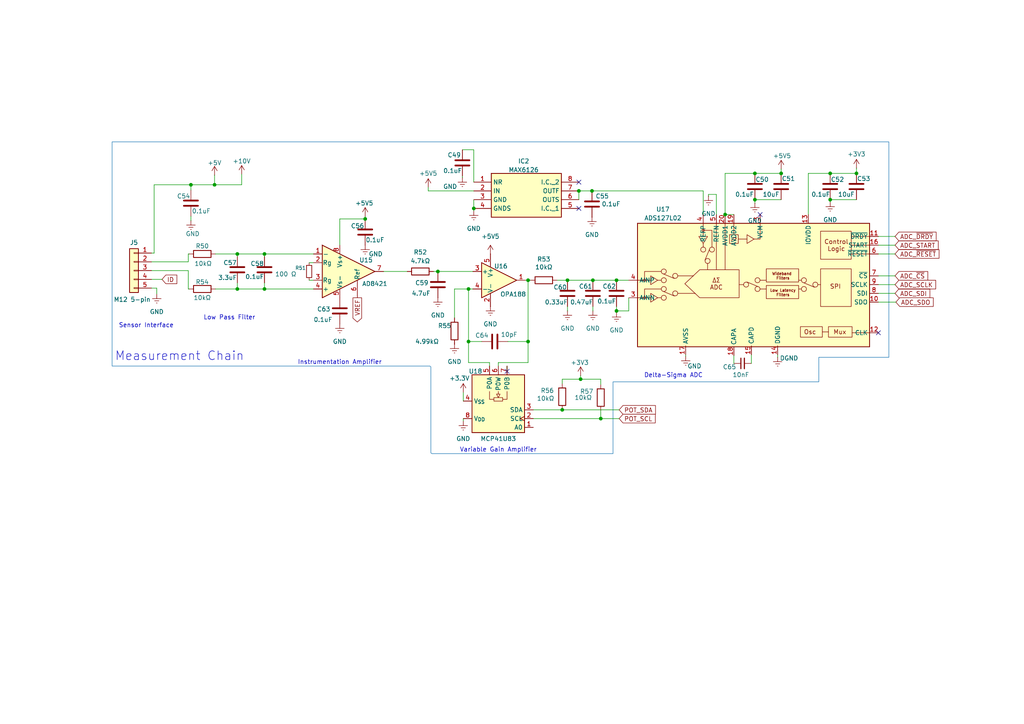
<source format=kicad_sch>
(kicad_sch
	(version 20250114)
	(generator "eeschema")
	(generator_version "9.0")
	(uuid "d2a2a658-ffe7-472a-9b70-5b2084c35b90")
	(paper "A4")
	
	(text "Measurement Chain\n"
		(exclude_from_sim no)
		(at 52.07 103.378 0)
		(effects
			(font
				(size 2.54 2.54)
			)
		)
		(uuid "0464313d-ed0c-4ff7-b3a9-97df21dcbd64")
	)
	(text "Delta-Sigma ADC"
		(exclude_from_sim no)
		(at 195.326 108.966 0)
		(effects
			(font
				(size 1.27 1.27)
			)
		)
		(uuid "4deb3076-5dec-4819-b4c3-d222b6f56479")
	)
	(text "Low Pass Filter\n"
		(exclude_from_sim no)
		(at 66.548 92.202 0)
		(effects
			(font
				(size 1.27 1.27)
			)
		)
		(uuid "78ba258b-8014-41eb-8353-00e8e0aeb029")
	)
	(text "Sensor Interface"
		(exclude_from_sim no)
		(at 42.418 94.488 0)
		(effects
			(font
				(size 1.27 1.27)
			)
		)
		(uuid "f0911e84-9296-41be-a707-00ce42c137df")
	)
	(text "Variable Gain Amplifier\n"
		(exclude_from_sim no)
		(at 144.526 130.556 0)
		(effects
			(font
				(size 1.27 1.27)
			)
		)
		(uuid "f146e8de-520a-4315-a546-aee5cd700ea3")
	)
	(text "Instrumentation Amplifier"
		(exclude_from_sim no)
		(at 98.552 105.156 0)
		(effects
			(font
				(size 1.27 1.27)
			)
		)
		(uuid "f1570f02-ba11-4660-8810-93c3b67192bc")
	)
	(junction
		(at 68.834 83.82)
		(diameter 0)
		(color 0 0 0 0)
		(uuid "09fb2c37-a940-4d0b-9067-93ab91fa2614")
	)
	(junction
		(at 178.816 90.17)
		(diameter 0)
		(color 0 0 0 0)
		(uuid "21bec8d3-8a26-4272-a3fb-8e2830b27ac9")
	)
	(junction
		(at 218.948 50.292)
		(diameter 0)
		(color 0 0 0 0)
		(uuid "2598e35d-9ab7-44d7-8739-eaa3852495c8")
	)
	(junction
		(at 153.162 99.06)
		(diameter 0)
		(color 0 0 0 0)
		(uuid "260d756c-5c0f-4b78-90a1-e18603df94d1")
	)
	(junction
		(at 76.708 73.66)
		(diameter 0)
		(color 0 0 0 0)
		(uuid "2687fa69-d165-4420-8ca0-f584fa1d8456")
	)
	(junction
		(at 105.918 63.5)
		(diameter 0)
		(color 0 0 0 0)
		(uuid "36026a2f-47a4-42c1-b2c6-bc85e40fec13")
	)
	(junction
		(at 240.792 50.292)
		(diameter 0)
		(color 0 0 0 0)
		(uuid "3655d740-c316-4298-90ce-fa40f36bc267")
	)
	(junction
		(at 178.816 81.28)
		(diameter 0)
		(color 0 0 0 0)
		(uuid "3af63af9-4ad8-42b3-847c-73b8bb240448")
	)
	(junction
		(at 226.568 50.292)
		(diameter 0)
		(color 0 0 0 0)
		(uuid "444fc75d-7f48-473e-93c0-447a6453d2ae")
	)
	(junction
		(at 210.312 62.23)
		(diameter 0)
		(color 0 0 0 0)
		(uuid "4675d453-e865-4090-b00a-1e94179a7fc9")
	)
	(junction
		(at 171.704 55.372)
		(diameter 0)
		(color 0 0 0 0)
		(uuid "4cc86d93-11a6-45fc-b3db-280c16f55aa6")
	)
	(junction
		(at 168.402 109.982)
		(diameter 0)
		(color 0 0 0 0)
		(uuid "519d1518-09b8-4b1a-8815-4591a37c20ba")
	)
	(junction
		(at 135.89 99.06)
		(diameter 0)
		(color 0 0 0 0)
		(uuid "51dcb333-010d-41bf-b635-2af883636d0e")
	)
	(junction
		(at 163.068 118.872)
		(diameter 0)
		(color 0 0 0 0)
		(uuid "51fd4b4b-cb00-4b7a-abac-e218370e0775")
	)
	(junction
		(at 240.792 57.912)
		(diameter 0)
		(color 0 0 0 0)
		(uuid "555aeb4b-52b9-4ee2-8f60-691a08fb26e1")
	)
	(junction
		(at 127 78.74)
		(diameter 0)
		(color 0 0 0 0)
		(uuid "57df86cb-ac51-41f7-9ded-94b340c8fa7d")
	)
	(junction
		(at 164.592 81.28)
		(diameter 0)
		(color 0 0 0 0)
		(uuid "5ca9c5d7-c698-4a32-ad00-0a05a701a9e7")
	)
	(junction
		(at 55.372 53.594)
		(diameter 0)
		(color 0 0 0 0)
		(uuid "6c49c546-3d37-4410-b7f3-f5915ae36854")
	)
	(junction
		(at 218.948 57.912)
		(diameter 0)
		(color 0 0 0 0)
		(uuid "700bcf0d-ae99-4915-99a6-2d6d531216ef")
	)
	(junction
		(at 153.162 81.28)
		(diameter 0)
		(color 0 0 0 0)
		(uuid "9ae7842d-932b-45a2-ad8c-9aa77b06f770")
	)
	(junction
		(at 62.23 53.594)
		(diameter 0)
		(color 0 0 0 0)
		(uuid "a175b01c-be5c-4e65-9761-3b9ef7c6f33d")
	)
	(junction
		(at 174.244 121.412)
		(diameter 0)
		(color 0 0 0 0)
		(uuid "a89f9456-40b8-4ea8-aca5-a8965bb031f6")
	)
	(junction
		(at 76.708 83.82)
		(diameter 0)
		(color 0 0 0 0)
		(uuid "b0192ba0-b273-4847-b2c3-12dcfe81e32b")
	)
	(junction
		(at 135.89 83.82)
		(diameter 0)
		(color 0 0 0 0)
		(uuid "be7227dd-5024-46e8-aa9f-4c5c974ee9c5")
	)
	(junction
		(at 137.414 60.452)
		(diameter 0)
		(color 0 0 0 0)
		(uuid "d4d42398-15a1-4f1e-8c70-f2d7e95bb208")
	)
	(junction
		(at 248.412 50.292)
		(diameter 0)
		(color 0 0 0 0)
		(uuid "dd3aab96-c219-44e3-8b0b-e4273d680424")
	)
	(junction
		(at 68.834 73.66)
		(diameter 0)
		(color 0 0 0 0)
		(uuid "e1fe50fa-849a-4544-952c-fe32427571e4")
	)
	(junction
		(at 171.958 81.28)
		(diameter 0)
		(color 0 0 0 0)
		(uuid "f0fedc98-b7a6-49e5-b07f-857b5ceccf2b")
	)
	(junction
		(at 167.894 55.372)
		(diameter 0)
		(color 0 0 0 0)
		(uuid "f7a5dacf-8025-4fe7-85f8-0646da2bac10")
	)
	(no_connect
		(at 220.472 62.23)
		(uuid "08b5e798-5e57-45ec-bf5a-7df68479b73c")
	)
	(no_connect
		(at 147.066 107.696)
		(uuid "230ba543-9b27-4d10-9616-8d49e367489f")
	)
	(no_connect
		(at 167.894 60.452)
		(uuid "d975c2bb-8397-4871-8132-620336f88efa")
	)
	(no_connect
		(at 167.894 52.832)
		(uuid "dab3f64d-e232-4f80-9380-321c8905e5b2")
	)
	(no_connect
		(at 254.762 96.52)
		(uuid "e26d21d6-9be7-4089-a168-a58c58b02f56")
	)
	(wire
		(pts
			(xy 210.312 50.292) (xy 218.948 50.292)
		)
		(stroke
			(width 0)
			(type default)
		)
		(uuid "00e56483-00d7-4fa6-9e63-4dde0966978b")
	)
	(wire
		(pts
			(xy 174.244 109.982) (xy 168.402 109.982)
		)
		(stroke
			(width 0)
			(type default)
		)
		(uuid "0159a415-cc6e-43fe-81d9-ecc073e59a4f")
	)
	(wire
		(pts
			(xy 168.402 108.966) (xy 168.402 109.982)
		)
		(stroke
			(width 0)
			(type default)
		)
		(uuid "01d4eb50-7179-475f-8898-7ddd43134878")
	)
	(wire
		(pts
			(xy 254.762 85.09) (xy 259.588 85.09)
		)
		(stroke
			(width 0)
			(type default)
		)
		(uuid "027425e9-04e9-4875-96e8-e3f09febc057")
	)
	(wire
		(pts
			(xy 234.442 50.292) (xy 234.442 62.23)
		)
		(stroke
			(width 0)
			(type default)
		)
		(uuid "04bf2622-3ba2-49f9-8fca-a74eeb06fb28")
	)
	(wire
		(pts
			(xy 141.986 105.156) (xy 141.986 106.172)
		)
		(stroke
			(width 0)
			(type default)
		)
		(uuid "075efde1-a202-4bc0-8024-2b21cb622c13")
	)
	(wire
		(pts
			(xy 62.484 83.82) (xy 68.834 83.82)
		)
		(stroke
			(width 0)
			(type default)
		)
		(uuid "079ad1b0-7f6e-4a6c-94f6-62252e261924")
	)
	(wire
		(pts
			(xy 174.244 119.126) (xy 174.244 121.412)
		)
		(stroke
			(width 0)
			(type default)
		)
		(uuid "0c42cffe-3fb8-4089-ba4d-c44bac3c43bb")
	)
	(wire
		(pts
			(xy 137.16 83.82) (xy 135.89 83.82)
		)
		(stroke
			(width 0)
			(type default)
		)
		(uuid "0ca226ab-b2bf-415c-bfd4-fded6eb9f2f0")
	)
	(wire
		(pts
			(xy 210.312 50.292) (xy 210.312 62.23)
		)
		(stroke
			(width 0)
			(type default)
		)
		(uuid "18984780-2fb9-4579-b1b2-6033593fc447")
	)
	(wire
		(pts
			(xy 171.958 88.9) (xy 171.958 90.17)
		)
		(stroke
			(width 0)
			(type default)
		)
		(uuid "19019688-bd41-4f5b-9394-6576c50d669a")
	)
	(wire
		(pts
			(xy 44.704 53.594) (xy 55.372 53.594)
		)
		(stroke
			(width 0)
			(type default)
		)
		(uuid "1e5263fa-a6ae-47ec-97f2-9b4670a4782f")
	)
	(wire
		(pts
			(xy 105.918 63.5) (xy 98.552 63.5)
		)
		(stroke
			(width 0)
			(type default)
		)
		(uuid "209f6df8-b9a3-45ab-8e73-4670f3008622")
	)
	(wire
		(pts
			(xy 125.73 78.74) (xy 127 78.74)
		)
		(stroke
			(width 0)
			(type default)
		)
		(uuid "2971112a-2e84-42a1-b252-c78a0f957f55")
	)
	(wire
		(pts
			(xy 178.816 90.678) (xy 178.816 90.17)
		)
		(stroke
			(width 0)
			(type default)
		)
		(uuid "2c40c244-feb6-43de-9603-1d133d5560f2")
	)
	(wire
		(pts
			(xy 131.826 83.82) (xy 131.826 92.202)
		)
		(stroke
			(width 0)
			(type default)
		)
		(uuid "2d15326a-be98-4438-9d08-7138618d2be4")
	)
	(wire
		(pts
			(xy 76.708 83.82) (xy 90.932 83.82)
		)
		(stroke
			(width 0)
			(type default)
		)
		(uuid "2e5f7ac5-3ff0-49be-a399-f50fb6e9e17d")
	)
	(wire
		(pts
			(xy 70.104 53.594) (xy 62.23 53.594)
		)
		(stroke
			(width 0)
			(type default)
		)
		(uuid "2eb10af4-e961-495f-bf13-133636eb8b50")
	)
	(wire
		(pts
			(xy 137.414 43.434) (xy 137.414 52.832)
		)
		(stroke
			(width 0)
			(type default)
		)
		(uuid "3176550e-a80c-4ad0-a50f-a4d182c61f55")
	)
	(wire
		(pts
			(xy 248.412 57.912) (xy 240.792 57.912)
		)
		(stroke
			(width 0)
			(type default)
		)
		(uuid "31b8b227-1130-4fa9-a291-e52a47d8c826")
	)
	(wire
		(pts
			(xy 205.486 56.388) (xy 207.772 56.388)
		)
		(stroke
			(width 0)
			(type default)
		)
		(uuid "3658d3db-ce9f-4ee9-bf1e-81d70ffd7a2c")
	)
	(wire
		(pts
			(xy 127 78.74) (xy 137.16 78.74)
		)
		(stroke
			(width 0)
			(type default)
		)
		(uuid "39dc100f-c5bb-40ac-856b-9cd328df9573")
	)
	(wire
		(pts
			(xy 105.918 63.5) (xy 105.918 62.738)
		)
		(stroke
			(width 0)
			(type default)
		)
		(uuid "3ada144b-8348-49d5-82eb-be01bf60f91e")
	)
	(wire
		(pts
			(xy 153.162 99.06) (xy 153.162 105.156)
		)
		(stroke
			(width 0)
			(type default)
		)
		(uuid "3ecf6281-1095-465a-8ef0-c543df9029e6")
	)
	(wire
		(pts
			(xy 198.882 103.378) (xy 198.882 102.87)
		)
		(stroke
			(width 0)
			(type default)
		)
		(uuid "434af8ce-afbb-45ec-a5ff-a380037d135d")
	)
	(wire
		(pts
			(xy 154.686 121.412) (xy 174.244 121.412)
		)
		(stroke
			(width 0)
			(type default)
		)
		(uuid "435729e7-99fa-4b24-ad2f-6bc0e0ce091f")
	)
	(wire
		(pts
			(xy 217.932 102.87) (xy 217.932 105.41)
		)
		(stroke
			(width 0)
			(type default)
		)
		(uuid "436e00b7-3141-41b6-816a-f04d3009f023")
	)
	(wire
		(pts
			(xy 163.068 111.252) (xy 163.068 109.982)
		)
		(stroke
			(width 0)
			(type default)
		)
		(uuid "441589d2-85a0-48d7-bae3-ce4d9afd5231")
	)
	(wire
		(pts
			(xy 226.568 57.912) (xy 218.948 57.912)
		)
		(stroke
			(width 0)
			(type default)
		)
		(uuid "44d615f1-94f1-4d92-b1c9-4a01235f39cc")
	)
	(wire
		(pts
			(xy 207.772 56.388) (xy 207.772 62.23)
		)
		(stroke
			(width 0)
			(type default)
		)
		(uuid "45ad3593-5d41-4458-a3c2-15062f12adec")
	)
	(wire
		(pts
			(xy 226.568 49.022) (xy 226.568 50.292)
		)
		(stroke
			(width 0)
			(type default)
		)
		(uuid "46229988-4c10-4175-8886-4975bd0872c8")
	)
	(wire
		(pts
			(xy 182.372 90.17) (xy 182.372 86.36)
		)
		(stroke
			(width 0)
			(type default)
		)
		(uuid "48b88aad-4bba-4fec-97b3-7057d717e459")
	)
	(wire
		(pts
			(xy 134.112 51.562) (xy 134.112 51.054)
		)
		(stroke
			(width 0)
			(type default)
		)
		(uuid "49d59e81-804e-40a7-bb45-1156462fe05b")
	)
	(wire
		(pts
			(xy 203.962 55.372) (xy 203.962 62.23)
		)
		(stroke
			(width 0)
			(type default)
		)
		(uuid "4a6f27a8-0a91-4ea2-be6f-106b8843cb64")
	)
	(wire
		(pts
			(xy 167.894 55.372) (xy 167.894 57.912)
		)
		(stroke
			(width 0)
			(type default)
		)
		(uuid "4acc11db-4910-4de6-a1b2-ef911c4c00f3")
	)
	(wire
		(pts
			(xy 248.412 50.292) (xy 240.792 50.292)
		)
		(stroke
			(width 0)
			(type default)
		)
		(uuid "4e9ef14a-0276-4665-b11d-980dadf10869")
	)
	(wire
		(pts
			(xy 54.61 75.946) (xy 43.942 75.946)
		)
		(stroke
			(width 0)
			(type default)
		)
		(uuid "4f266b6d-c85c-4d54-b81d-85f42afc8b1e")
	)
	(wire
		(pts
			(xy 254.762 68.58) (xy 259.588 68.58)
		)
		(stroke
			(width 0)
			(type default)
		)
		(uuid "4f6af103-a86a-46e5-89e9-fdb2be1e0f56")
	)
	(wire
		(pts
			(xy 164.592 81.28) (xy 171.958 81.28)
		)
		(stroke
			(width 0)
			(type default)
		)
		(uuid "5180044e-3788-4e26-900d-e80bd5aa7bc3")
	)
	(wire
		(pts
			(xy 55.372 53.594) (xy 55.372 55.118)
		)
		(stroke
			(width 0)
			(type default)
		)
		(uuid "52804542-81f8-4b0f-a662-65fae83a04d5")
	)
	(wire
		(pts
			(xy 152.4 81.28) (xy 153.162 81.28)
		)
		(stroke
			(width 0)
			(type default)
		)
		(uuid "53154127-2dc6-47df-b347-65a38e455834")
	)
	(wire
		(pts
			(xy 153.162 81.28) (xy 153.924 81.28)
		)
		(stroke
			(width 0)
			(type default)
		)
		(uuid "53ad6f22-0d36-4d2f-ba1f-ac968528097c")
	)
	(wire
		(pts
			(xy 164.592 90.17) (xy 164.592 88.9)
		)
		(stroke
			(width 0)
			(type default)
		)
		(uuid "56397715-9c4e-4ed7-9656-332c156da6fc")
	)
	(wire
		(pts
			(xy 45.466 83.566) (xy 45.466 85.344)
		)
		(stroke
			(width 0)
			(type default)
		)
		(uuid "59136c9c-dd40-420a-a7ed-170fb9645581")
	)
	(wire
		(pts
			(xy 161.544 81.28) (xy 164.592 81.28)
		)
		(stroke
			(width 0)
			(type default)
		)
		(uuid "5e3da7be-0419-4133-8fe3-1ab340e816f0")
	)
	(wire
		(pts
			(xy 254.762 73.66) (xy 259.588 73.66)
		)
		(stroke
			(width 0)
			(type default)
		)
		(uuid "618448e2-b63a-4295-81b6-7acffb1940d1")
	)
	(wire
		(pts
			(xy 135.89 83.82) (xy 135.89 99.06)
		)
		(stroke
			(width 0)
			(type default)
		)
		(uuid "63a1aecd-7cfa-4421-be8d-344034c8b904")
	)
	(wire
		(pts
			(xy 43.942 81.026) (xy 46.99 81.026)
		)
		(stroke
			(width 0)
			(type default)
		)
		(uuid "6fdab064-02d5-4131-9dba-cfd3e6cccfdd")
	)
	(wire
		(pts
			(xy 124.206 54.356) (xy 124.206 55.372)
		)
		(stroke
			(width 0)
			(type default)
		)
		(uuid "72468c64-de4b-4ec9-ac84-827f3494d46c")
	)
	(wire
		(pts
			(xy 171.958 81.28) (xy 178.816 81.28)
		)
		(stroke
			(width 0)
			(type default)
		)
		(uuid "7443e125-d067-4a0b-9b6f-e01daf36e5e4")
	)
	(wire
		(pts
			(xy 179.578 121.412) (xy 174.244 121.412)
		)
		(stroke
			(width 0)
			(type default)
		)
		(uuid "7576ff5c-f5d9-47b3-97c6-054f18a182eb")
	)
	(wire
		(pts
			(xy 135.89 83.82) (xy 131.826 83.82)
		)
		(stroke
			(width 0)
			(type default)
		)
		(uuid "75a57b01-e9e9-4817-a8c8-c1f342254166")
	)
	(wire
		(pts
			(xy 226.568 50.292) (xy 218.948 50.292)
		)
		(stroke
			(width 0)
			(type default)
		)
		(uuid "78e116cf-96ff-4875-8b4b-8d82280cd185")
	)
	(wire
		(pts
			(xy 54.61 78.486) (xy 43.942 78.486)
		)
		(stroke
			(width 0)
			(type default)
		)
		(uuid "78e3332a-03f0-4cc6-bb34-65b425cff10a")
	)
	(wire
		(pts
			(xy 55.372 62.738) (xy 55.372 64.008)
		)
		(stroke
			(width 0)
			(type default)
		)
		(uuid "7cf8b6db-6a1f-47c5-aadd-641b7d8ce5c4")
	)
	(wire
		(pts
			(xy 76.708 73.66) (xy 90.932 73.66)
		)
		(stroke
			(width 0)
			(type default)
		)
		(uuid "826ba27e-4fc7-43da-a75a-2882614d9fdd")
	)
	(wire
		(pts
			(xy 171.704 55.372) (xy 203.962 55.372)
		)
		(stroke
			(width 0)
			(type default)
		)
		(uuid "85d5a32b-e610-400b-941f-117981922c24")
	)
	(wire
		(pts
			(xy 178.816 81.28) (xy 182.372 81.28)
		)
		(stroke
			(width 0)
			(type default)
		)
		(uuid "87a8a31c-d6e7-4cf4-8a56-a9f4bf19d853")
	)
	(wire
		(pts
			(xy 54.61 73.66) (xy 54.864 73.66)
		)
		(stroke
			(width 0)
			(type default)
		)
		(uuid "890611c4-0af5-4c83-9466-8b39880f5598")
	)
	(wire
		(pts
			(xy 248.412 48.768) (xy 248.412 50.292)
		)
		(stroke
			(width 0)
			(type default)
		)
		(uuid "8b6338fc-c5d5-4bc4-87ca-300a84b9685e")
	)
	(wire
		(pts
			(xy 163.068 118.872) (xy 179.578 118.872)
		)
		(stroke
			(width 0)
			(type default)
		)
		(uuid "8c8381d3-2cfa-4d66-b970-c8398381f7e7")
	)
	(wire
		(pts
			(xy 68.834 82.042) (xy 68.834 83.82)
		)
		(stroke
			(width 0)
			(type default)
		)
		(uuid "8cadb6b3-7211-4e92-837a-81a03426ac35")
	)
	(wire
		(pts
			(xy 144.526 105.156) (xy 144.526 106.172)
		)
		(stroke
			(width 0)
			(type default)
		)
		(uuid "90f165c3-101d-48bd-b592-f89878884486")
	)
	(wire
		(pts
			(xy 124.206 55.372) (xy 137.414 55.372)
		)
		(stroke
			(width 0)
			(type default)
		)
		(uuid "91063e67-95dd-4894-b3eb-eaa496b1af9b")
	)
	(wire
		(pts
			(xy 178.816 90.17) (xy 182.372 90.17)
		)
		(stroke
			(width 0)
			(type default)
		)
		(uuid "91235668-f656-49e4-a3a1-ef38b2a7e020")
	)
	(wire
		(pts
			(xy 54.61 83.82) (xy 54.61 78.486)
		)
		(stroke
			(width 0)
			(type default)
		)
		(uuid "9199a801-faf0-4464-95d6-5bfea3a29f58")
	)
	(wire
		(pts
			(xy 218.948 58.928) (xy 218.948 57.912)
		)
		(stroke
			(width 0)
			(type default)
		)
		(uuid "94de69a8-33a2-4eef-8cc7-09e8010306d9")
	)
	(wire
		(pts
			(xy 248.412 50.292) (xy 248.412 50.546)
		)
		(stroke
			(width 0)
			(type default)
		)
		(uuid "976d11db-be25-47a1-b545-cdac09aacba3")
	)
	(wire
		(pts
			(xy 89.662 81.28) (xy 90.932 81.28)
		)
		(stroke
			(width 0)
			(type default)
		)
		(uuid "9892fb12-066b-4e34-861e-e04d2a63ff60")
	)
	(wire
		(pts
			(xy 76.708 73.66) (xy 76.708 74.422)
		)
		(stroke
			(width 0)
			(type default)
		)
		(uuid "9b5c026c-f878-4acf-a2c8-e753a50172ef")
	)
	(wire
		(pts
			(xy 154.686 118.872) (xy 163.068 118.872)
		)
		(stroke
			(width 0)
			(type default)
		)
		(uuid "9c83e187-e1cf-48e7-b73a-2b983393b920")
	)
	(wire
		(pts
			(xy 137.414 61.214) (xy 137.414 60.452)
		)
		(stroke
			(width 0)
			(type default)
		)
		(uuid "a04ad56d-6d54-4579-9de4-aa4fabfe2fe9")
	)
	(wire
		(pts
			(xy 234.442 50.292) (xy 240.792 50.292)
		)
		(stroke
			(width 0)
			(type default)
		)
		(uuid "a0f8409b-5a2f-4a98-b187-a12c848210dd")
	)
	(wire
		(pts
			(xy 153.162 81.28) (xy 153.162 99.06)
		)
		(stroke
			(width 0)
			(type default)
		)
		(uuid "a17ee34a-9a74-44c5-a731-b5b5f26ac0e5")
	)
	(wire
		(pts
			(xy 168.402 109.982) (xy 163.068 109.982)
		)
		(stroke
			(width 0)
			(type default)
		)
		(uuid "a42e67f1-1ab3-491f-8738-7375f2b01992")
	)
	(wire
		(pts
			(xy 212.852 103.124) (xy 212.852 105.41)
		)
		(stroke
			(width 0)
			(type default)
		)
		(uuid "a56d82ab-9be0-4a60-8464-afd4baccf543")
	)
	(wire
		(pts
			(xy 54.61 73.66) (xy 54.61 75.946)
		)
		(stroke
			(width 0)
			(type default)
		)
		(uuid "a983b212-4e1f-41f1-97a3-824be558debc")
	)
	(wire
		(pts
			(xy 174.244 111.506) (xy 174.244 109.982)
		)
		(stroke
			(width 0)
			(type default)
		)
		(uuid "aa7526b6-7ada-4c8e-910d-fb4cc3dbd19a")
	)
	(wire
		(pts
			(xy 68.834 73.66) (xy 68.834 74.422)
		)
		(stroke
			(width 0)
			(type default)
		)
		(uuid "abad3f8f-ed43-43f3-9644-1d4f0377f9d4")
	)
	(wire
		(pts
			(xy 240.792 58.674) (xy 240.792 57.912)
		)
		(stroke
			(width 0)
			(type default)
		)
		(uuid "adf09399-65b0-41ea-a7f1-45d25d31fb33")
	)
	(wire
		(pts
			(xy 134.112 43.434) (xy 137.414 43.434)
		)
		(stroke
			(width 0)
			(type default)
		)
		(uuid "b077c3f0-9d00-4975-b25a-a61e0d37a37d")
	)
	(wire
		(pts
			(xy 167.894 55.372) (xy 171.704 55.372)
		)
		(stroke
			(width 0)
			(type default)
		)
		(uuid "b11bd154-9bec-4eec-9152-0e83262b672b")
	)
	(wire
		(pts
			(xy 68.834 73.66) (xy 76.708 73.66)
		)
		(stroke
			(width 0)
			(type default)
		)
		(uuid "b3829efe-5530-444b-9c7d-3aebc6a5130d")
	)
	(wire
		(pts
			(xy 111.252 78.74) (xy 118.11 78.74)
		)
		(stroke
			(width 0)
			(type default)
		)
		(uuid "b439e820-a37c-4902-937b-48045bdd7cc9")
	)
	(wire
		(pts
			(xy 135.89 105.156) (xy 135.89 99.06)
		)
		(stroke
			(width 0)
			(type default)
		)
		(uuid "b70089c0-2ce9-4e8d-a8dc-ad995520bc97")
	)
	(wire
		(pts
			(xy 254.762 80.01) (xy 259.588 80.01)
		)
		(stroke
			(width 0)
			(type default)
		)
		(uuid "b726392f-d86a-4564-9267-d854bf8ba953")
	)
	(wire
		(pts
			(xy 44.704 53.594) (xy 44.704 73.406)
		)
		(stroke
			(width 0)
			(type default)
		)
		(uuid "b7cfe3b1-2158-4186-84b5-f2c5bb145fe5")
	)
	(wire
		(pts
			(xy 210.312 62.23) (xy 212.852 62.23)
		)
		(stroke
			(width 0)
			(type default)
		)
		(uuid "b896094b-90fa-4026-a451-6982dd1ae4f6")
	)
	(wire
		(pts
			(xy 205.486 56.896) (xy 205.486 56.388)
		)
		(stroke
			(width 0)
			(type default)
		)
		(uuid "b8e23e65-55e2-4c32-bf19-614b9e8d00d3")
	)
	(wire
		(pts
			(xy 70.104 50.546) (xy 70.104 53.594)
		)
		(stroke
			(width 0)
			(type default)
		)
		(uuid "ba559a5e-b186-478c-b58b-c224933a582e")
	)
	(wire
		(pts
			(xy 134.366 121.412) (xy 134.366 122.174)
		)
		(stroke
			(width 0)
			(type default)
		)
		(uuid "c0534c70-cd5a-46a3-855a-add5ed36b75e")
	)
	(wire
		(pts
			(xy 254.762 87.63) (xy 259.842 87.63)
		)
		(stroke
			(width 0)
			(type default)
		)
		(uuid "c4cc5a9b-aecd-47ec-8bc3-067d9209f4da")
	)
	(wire
		(pts
			(xy 254.762 82.55) (xy 259.588 82.55)
		)
		(stroke
			(width 0)
			(type default)
		)
		(uuid "c8983c15-9406-46ee-b111-4d60f7ae21b3")
	)
	(wire
		(pts
			(xy 147.066 107.696) (xy 147.066 106.172)
		)
		(stroke
			(width 0)
			(type default)
		)
		(uuid "c9367d2f-2f73-4589-8af5-6cc87663b5ce")
	)
	(wire
		(pts
			(xy 141.986 105.156) (xy 135.89 105.156)
		)
		(stroke
			(width 0)
			(type default)
		)
		(uuid "cd41566f-c884-4b9a-afba-f108c5ea74c5")
	)
	(wire
		(pts
			(xy 225.552 103.632) (xy 225.552 102.87)
		)
		(stroke
			(width 0)
			(type default)
		)
		(uuid "ced1390b-a69a-498c-abe7-14b24735ea27")
	)
	(wire
		(pts
			(xy 98.552 63.5) (xy 98.552 71.12)
		)
		(stroke
			(width 0)
			(type default)
		)
		(uuid "cee6def7-83ab-4c75-bb12-139cfbf2c1d8")
	)
	(wire
		(pts
			(xy 43.942 83.566) (xy 45.466 83.566)
		)
		(stroke
			(width 0)
			(type default)
		)
		(uuid "cfe1b825-bc1d-498d-83ad-798b169b80d9")
	)
	(wire
		(pts
			(xy 44.704 73.406) (xy 43.942 73.406)
		)
		(stroke
			(width 0)
			(type default)
		)
		(uuid "d6a830a3-3329-458c-a786-e09b8d6d3910")
	)
	(wire
		(pts
			(xy 76.708 82.042) (xy 76.708 83.82)
		)
		(stroke
			(width 0)
			(type default)
		)
		(uuid "d95c2b0a-8527-4398-b71d-8004e9572d9f")
	)
	(wire
		(pts
			(xy 54.61 83.82) (xy 54.864 83.82)
		)
		(stroke
			(width 0)
			(type default)
		)
		(uuid "db3b77e8-6425-48ef-9709-5dbb492dd49b")
	)
	(wire
		(pts
			(xy 89.662 76.2) (xy 90.932 76.2)
		)
		(stroke
			(width 0)
			(type default)
		)
		(uuid "ddfd301c-db14-4a38-950f-960fc1baffe9")
	)
	(wire
		(pts
			(xy 137.414 60.452) (xy 137.414 57.912)
		)
		(stroke
			(width 0)
			(type default)
		)
		(uuid "e077f158-27fb-4fa5-aa0f-da0e386ba960")
	)
	(wire
		(pts
			(xy 68.834 83.82) (xy 76.708 83.82)
		)
		(stroke
			(width 0)
			(type default)
		)
		(uuid "e6e18004-4be3-4526-925e-688291996f64")
	)
	(wire
		(pts
			(xy 62.484 73.66) (xy 68.834 73.66)
		)
		(stroke
			(width 0)
			(type default)
		)
		(uuid "ef3c90de-8988-428d-9011-9f251c47b1cc")
	)
	(wire
		(pts
			(xy 178.816 90.17) (xy 178.816 88.9)
		)
		(stroke
			(width 0)
			(type default)
		)
		(uuid "f0b67568-25ed-46ab-a086-a4c09ee99075")
	)
	(wire
		(pts
			(xy 62.23 50.8) (xy 62.23 53.594)
		)
		(stroke
			(width 0)
			(type default)
		)
		(uuid "f2b47b4f-2c2d-46ea-bd91-62b92d33ee2d")
	)
	(wire
		(pts
			(xy 153.162 105.156) (xy 144.526 105.156)
		)
		(stroke
			(width 0)
			(type default)
		)
		(uuid "f3bc1f31-d6b2-4452-8472-8811ed648955")
	)
	(wire
		(pts
			(xy 147.32 99.06) (xy 153.162 99.06)
		)
		(stroke
			(width 0)
			(type default)
		)
		(uuid "f3eb108f-22c3-461d-83a6-d3e37b68f716")
	)
	(wire
		(pts
			(xy 134.366 113.792) (xy 134.366 116.332)
		)
		(stroke
			(width 0)
			(type default)
		)
		(uuid "f5356567-5f9a-49fc-833d-191018b02277")
	)
	(wire
		(pts
			(xy 135.89 99.06) (xy 139.7 99.06)
		)
		(stroke
			(width 0)
			(type default)
		)
		(uuid "f8d1eb0b-7c31-46e8-890d-103b2366c894")
	)
	(wire
		(pts
			(xy 62.23 53.594) (xy 55.372 53.594)
		)
		(stroke
			(width 0)
			(type default)
		)
		(uuid "fb653e20-4f50-4f2f-bba8-c66c15c46cc1")
	)
	(wire
		(pts
			(xy 254.762 71.12) (xy 259.588 71.12)
		)
		(stroke
			(width 0)
			(type default)
		)
		(uuid "fdf0452e-09f6-45f6-bb5e-fdde90d124f5")
	)
	(global_label "POT_SDA"
		(shape input)
		(at 179.578 118.872 0)
		(fields_autoplaced yes)
		(effects
			(font
				(size 1.27 1.27)
			)
			(justify left)
		)
		(uuid "0470bc00-210f-4e4b-a5b7-4283da42ae41")
		(property "Intersheetrefs" "${INTERSHEET_REFS}"
			(at 190.667 118.872 0)
			(effects
				(font
					(size 1.27 1.27)
				)
				(justify left)
				(hide yes)
			)
		)
	)
	(global_label "POT_SCL"
		(shape input)
		(at 179.578 121.412 0)
		(fields_autoplaced yes)
		(effects
			(font
				(size 1.27 1.27)
			)
			(justify left)
		)
		(uuid "0f8d3a3d-778c-4575-8812-e89315cf4139")
		(property "Intersheetrefs" "${INTERSHEET_REFS}"
			(at 190.6065 121.412 0)
			(effects
				(font
					(size 1.27 1.27)
				)
				(justify left)
				(hide yes)
			)
		)
	)
	(global_label "ADC_SDI"
		(shape input)
		(at 259.588 85.09 0)
		(fields_autoplaced yes)
		(effects
			(font
				(size 1.27 1.27)
			)
			(justify left)
		)
		(uuid "409dc015-c620-414f-a975-dce5cc1aa518")
		(property "Intersheetrefs" "${INTERSHEET_REFS}"
			(at 270.2537 85.09 0)
			(effects
				(font
					(size 1.27 1.27)
				)
				(justify left)
				(hide yes)
			)
		)
	)
	(global_label "ID"
		(shape input)
		(at 46.99 81.026 0)
		(fields_autoplaced yes)
		(effects
			(font
				(size 1.27 1.27)
			)
			(justify left)
		)
		(uuid "40dc5851-966c-4eb3-9919-002d6e70bd83")
		(property "Intersheetrefs" "${INTERSHEET_REFS}"
			(at 51.85 81.026 0)
			(effects
				(font
					(size 1.27 1.27)
				)
				(justify left)
				(hide yes)
			)
		)
	)
	(global_label "VREF"
		(shape output)
		(at 103.632 86.36 270)
		(fields_autoplaced yes)
		(effects
			(font
				(size 1.27 1.27)
			)
			(justify right)
		)
		(uuid "4ed5bc32-47f2-4e3c-91c5-8fe980407e83")
		(property "Intersheetrefs" "${INTERSHEET_REFS}"
			(at 103.632 93.9414 90)
			(effects
				(font
					(size 1.27 1.27)
				)
				(justify right)
				(hide yes)
			)
		)
	)
	(global_label "ADC_SCLK"
		(shape input)
		(at 259.588 82.55 0)
		(fields_autoplaced yes)
		(effects
			(font
				(size 1.27 1.27)
			)
			(justify left)
		)
		(uuid "87b80638-d6e7-448b-9979-94f065dad607")
		(property "Intersheetrefs" "${INTERSHEET_REFS}"
			(at 271.947 82.55 0)
			(effects
				(font
					(size 1.27 1.27)
				)
				(justify left)
				(hide yes)
			)
		)
	)
	(global_label "ADC_~{CS}"
		(shape input)
		(at 259.588 80.01 0)
		(fields_autoplaced yes)
		(effects
			(font
				(size 1.27 1.27)
			)
			(justify left)
		)
		(uuid "ab9255ab-05f4-4260-9217-03293374f48d")
		(property "Intersheetrefs" "${INTERSHEET_REFS}"
			(at 269.6489 80.01 0)
			(effects
				(font
					(size 1.27 1.27)
				)
				(justify left)
				(hide yes)
			)
		)
	)
	(global_label "ADC_~{RESET}"
		(shape input)
		(at 259.588 73.66 0)
		(fields_autoplaced yes)
		(effects
			(font
				(size 1.27 1.27)
			)
			(justify left)
		)
		(uuid "c30d2460-5494-4827-9efa-5d91282ff147")
		(property "Intersheetrefs" "${INTERSHEET_REFS}"
			(at 272.9145 73.66 0)
			(effects
				(font
					(size 1.27 1.27)
				)
				(justify left)
				(hide yes)
			)
		)
	)
	(global_label "ADC_SDO"
		(shape input)
		(at 259.842 87.63 0)
		(fields_autoplaced yes)
		(effects
			(font
				(size 1.27 1.27)
			)
			(justify left)
		)
		(uuid "d6745345-7ce1-4b65-8d5c-8ed244844ca0")
		(property "Intersheetrefs" "${INTERSHEET_REFS}"
			(at 271.2334 87.63 0)
			(effects
				(font
					(size 1.27 1.27)
				)
				(justify left)
				(hide yes)
			)
		)
	)
	(global_label "ADC_~{DRDY}"
		(shape input)
		(at 259.588 68.58 0)
		(fields_autoplaced yes)
		(effects
			(font
				(size 1.27 1.27)
			)
			(justify left)
		)
		(uuid "e82f26ed-9c91-4943-a982-5ebdeca26d70")
		(property "Intersheetrefs" "${INTERSHEET_REFS}"
			(at 272.068 68.58 0)
			(effects
				(font
					(size 1.27 1.27)
				)
				(justify left)
				(hide yes)
			)
		)
	)
	(global_label "ADC_START"
		(shape input)
		(at 259.588 71.12 0)
		(fields_autoplaced yes)
		(effects
			(font
				(size 1.27 1.27)
			)
			(justify left)
		)
		(uuid "ed8a1288-4549-4fa6-bda6-4c8e521d775e")
		(property "Intersheetrefs" "${INTERSHEET_REFS}"
			(at 272.6727 71.12 0)
			(effects
				(font
					(size 1.27 1.27)
				)
				(justify left)
				(hide yes)
			)
		)
	)
	(rule_area
		(polyline
			(pts
				(xy 257.81 103.632) (xy 237.49 103.632) (xy 237.49 110.744) (xy 177.8 110.744) (xy 177.8 131.572)
				(xy 125.222 131.572) (xy 124.968 131.318) (xy 124.968 106.426) (xy 124.714 106.172) (xy 32.512 106.172)
				(xy 32.512 41.148) (xy 257.81 41.148)
			)
			(stroke
				(width 0)
				(type solid)
				(color 33 122 182 1)
			)
			(fill
				(type none)
			)
			(uuid 9080807e-5338-4623-ac3d-ecf9b8185a40)
		)
	)
	(symbol
		(lib_id "Device:R")
		(at 121.92 78.74 270)
		(unit 1)
		(exclude_from_sim no)
		(in_bom yes)
		(on_board yes)
		(dnp no)
		(fields_autoplaced yes)
		(uuid "069a73ab-4194-41f2-966a-6d08ab88dba4")
		(property "Reference" "R52"
			(at 121.92 73.152 90)
			(effects
				(font
					(size 1.27 1.27)
				)
			)
		)
		(property "Value" "4.7kΩ"
			(at 121.92 75.692 90)
			(effects
				(font
					(size 1.27 1.27)
				)
			)
		)
		(property "Footprint" ""
			(at 121.92 76.962 90)
			(effects
				(font
					(size 1.27 1.27)
				)
				(hide yes)
			)
		)
		(property "Datasheet" "~"
			(at 121.92 78.74 0)
			(effects
				(font
					(size 1.27 1.27)
				)
				(hide yes)
			)
		)
		(property "Description" "Resistor"
			(at 121.92 78.74 0)
			(effects
				(font
					(size 1.27 1.27)
				)
				(hide yes)
			)
		)
		(pin "2"
			(uuid "c3b3d48b-47b9-4088-a2ae-e682836c6d4f")
		)
		(pin "1"
			(uuid "2f2f1e01-b806-4c40-9ca7-017879e4c638")
		)
		(instances
			(project "Inoovatest"
				(path "/e09d161e-639f-4600-8aa9-665b6b461114/28b9a068-ddcd-4761-903b-8265c34ada8d"
					(reference "R52")
					(unit 1)
				)
			)
		)
	)
	(symbol
		(lib_id "Device:C")
		(at 68.834 78.232 0)
		(unit 1)
		(exclude_from_sim no)
		(in_bom yes)
		(on_board yes)
		(dnp no)
		(uuid "07ef779d-68d4-4abe-852d-2aecf4c979cd")
		(property "Reference" "C57"
			(at 64.77 76.2 0)
			(effects
				(font
					(size 1.27 1.27)
				)
				(justify left)
			)
		)
		(property "Value" "3.3uF"
			(at 63.246 80.518 0)
			(effects
				(font
					(size 1.27 1.27)
				)
				(justify left)
			)
		)
		(property "Footprint" ""
			(at 69.7992 82.042 0)
			(effects
				(font
					(size 1.27 1.27)
				)
				(hide yes)
			)
		)
		(property "Datasheet" "~"
			(at 68.834 78.232 0)
			(effects
				(font
					(size 1.27 1.27)
				)
				(hide yes)
			)
		)
		(property "Description" "Unpolarized capacitor"
			(at 68.834 78.232 0)
			(effects
				(font
					(size 1.27 1.27)
				)
				(hide yes)
			)
		)
		(pin "1"
			(uuid "a517d78c-573f-4aff-88ee-a5f998c4cde0")
		)
		(pin "2"
			(uuid "2c47525c-3363-4749-a5e7-f217a15b7aef")
		)
		(instances
			(project "Inoovatest"
				(path "/e09d161e-639f-4600-8aa9-665b6b461114/28b9a068-ddcd-4761-903b-8265c34ada8d"
					(reference "C57")
					(unit 1)
				)
			)
		)
	)
	(symbol
		(lib_id "power:GNDREF")
		(at 45.466 85.344 0)
		(unit 1)
		(exclude_from_sim no)
		(in_bom yes)
		(on_board yes)
		(dnp no)
		(uuid "0cbd5929-18b2-43fd-bead-a88dbb99f413")
		(property "Reference" "#PWR0138"
			(at 45.466 91.694 0)
			(effects
				(font
					(size 1.27 1.27)
				)
				(hide yes)
			)
		)
		(property "Value" "GND"
			(at 45.466 90.424 0)
			(effects
				(font
					(size 1.27 1.27)
				)
			)
		)
		(property "Footprint" ""
			(at 45.466 85.344 0)
			(effects
				(font
					(size 1.27 1.27)
				)
				(hide yes)
			)
		)
		(property "Datasheet" ""
			(at 45.466 85.344 0)
			(effects
				(font
					(size 1.27 1.27)
				)
				(hide yes)
			)
		)
		(property "Description" "Power symbol creates a global label with name \"GNDREF\" , reference supply ground"
			(at 45.466 85.344 0)
			(effects
				(font
					(size 1.27 1.27)
				)
				(hide yes)
			)
		)
		(pin "1"
			(uuid "5fae21bb-fdfb-428c-98d3-0be309189a09")
		)
		(instances
			(project "Inoovatest"
				(path "/e09d161e-639f-4600-8aa9-665b6b461114/28b9a068-ddcd-4761-903b-8265c34ada8d"
					(reference "#PWR0138")
					(unit 1)
				)
			)
		)
	)
	(symbol
		(lib_id "power:GNDREF")
		(at 171.958 90.17 0)
		(unit 1)
		(exclude_from_sim no)
		(in_bom yes)
		(on_board yes)
		(dnp no)
		(uuid "0d90d93c-b6fa-4ce6-8027-2270929f9f5d")
		(property "Reference" "#PWR0142"
			(at 171.958 96.52 0)
			(effects
				(font
					(size 1.27 1.27)
				)
				(hide yes)
			)
		)
		(property "Value" "GND"
			(at 171.958 95.25 0)
			(effects
				(font
					(size 1.27 1.27)
				)
			)
		)
		(property "Footprint" ""
			(at 171.958 90.17 0)
			(effects
				(font
					(size 1.27 1.27)
				)
				(hide yes)
			)
		)
		(property "Datasheet" ""
			(at 171.958 90.17 0)
			(effects
				(font
					(size 1.27 1.27)
				)
				(hide yes)
			)
		)
		(property "Description" "Power symbol creates a global label with name \"GNDREF\" , reference supply ground"
			(at 171.958 90.17 0)
			(effects
				(font
					(size 1.27 1.27)
				)
				(hide yes)
			)
		)
		(pin "1"
			(uuid "75d320f6-9475-4ee3-9a85-8632d1aa5a5d")
		)
		(instances
			(project "Inoovatest"
				(path "/e09d161e-639f-4600-8aa9-665b6b461114/28b9a068-ddcd-4761-903b-8265c34ada8d"
					(reference "#PWR0142")
					(unit 1)
				)
			)
		)
	)
	(symbol
		(lib_id "power:VCC")
		(at 134.366 113.792 0)
		(unit 1)
		(exclude_from_sim no)
		(in_bom yes)
		(on_board yes)
		(dnp no)
		(uuid "1881b6f3-a353-478f-83b4-cc873cda12e5")
		(property "Reference" "#PWR0149"
			(at 134.366 117.602 0)
			(effects
				(font
					(size 1.27 1.27)
				)
				(hide yes)
			)
		)
		(property "Value" "+3.3V"
			(at 130.302 109.728 0)
			(effects
				(font
					(size 1.27 1.27)
				)
				(justify left)
			)
		)
		(property "Footprint" ""
			(at 134.366 113.792 0)
			(effects
				(font
					(size 1.27 1.27)
				)
				(hide yes)
			)
		)
		(property "Datasheet" ""
			(at 134.366 113.792 0)
			(effects
				(font
					(size 1.27 1.27)
				)
				(hide yes)
			)
		)
		(property "Description" "Power symbol creates a global label with name \"VCC\""
			(at 134.366 113.792 0)
			(effects
				(font
					(size 1.27 1.27)
				)
				(hide yes)
			)
		)
		(pin "1"
			(uuid "e5ac81d7-c2ab-4a37-aa46-322e12f994b1")
		)
		(instances
			(project "Inoovatest"
				(path "/e09d161e-639f-4600-8aa9-665b6b461114/28b9a068-ddcd-4761-903b-8265c34ada8d"
					(reference "#PWR0149")
					(unit 1)
				)
			)
		)
	)
	(symbol
		(lib_id "power:GNDREF")
		(at 105.918 71.12 0)
		(unit 1)
		(exclude_from_sim no)
		(in_bom yes)
		(on_board yes)
		(dnp no)
		(uuid "26228a9f-6fd0-4ce7-b1b3-116ebe31601c")
		(property "Reference" "#PWR0136"
			(at 105.918 77.47 0)
			(effects
				(font
					(size 1.27 1.27)
				)
				(hide yes)
			)
		)
		(property "Value" "GND"
			(at 108.966 73.66 0)
			(effects
				(font
					(size 1.27 1.27)
				)
			)
		)
		(property "Footprint" ""
			(at 105.918 71.12 0)
			(effects
				(font
					(size 1.27 1.27)
				)
				(hide yes)
			)
		)
		(property "Datasheet" ""
			(at 105.918 71.12 0)
			(effects
				(font
					(size 1.27 1.27)
				)
				(hide yes)
			)
		)
		(property "Description" "Power symbol creates a global label with name \"GNDREF\" , reference supply ground"
			(at 105.918 71.12 0)
			(effects
				(font
					(size 1.27 1.27)
				)
				(hide yes)
			)
		)
		(pin "1"
			(uuid "63f61c8d-0db2-4a18-9f6a-bb21bc8403de")
		)
		(instances
			(project "Inoovatest"
				(path "/e09d161e-639f-4600-8aa9-665b6b461114/28b9a068-ddcd-4761-903b-8265c34ada8d"
					(reference "#PWR0136")
					(unit 1)
				)
			)
		)
	)
	(symbol
		(lib_id "Device:C")
		(at 248.412 54.102 0)
		(mirror y)
		(unit 1)
		(exclude_from_sim no)
		(in_bom yes)
		(on_board yes)
		(dnp no)
		(uuid "28b1343e-7a25-4615-b90e-ef45fc975249")
		(property "Reference" "C53"
			(at 252.476 51.816 0)
			(effects
				(font
					(size 1.27 1.27)
				)
				(justify left)
			)
		)
		(property "Value" "10uF"
			(at 247.904 56.388 0)
			(effects
				(font
					(size 1.27 1.27)
				)
				(justify left)
			)
		)
		(property "Footprint" ""
			(at 247.4468 57.912 0)
			(effects
				(font
					(size 1.27 1.27)
				)
				(hide yes)
			)
		)
		(property "Datasheet" "~"
			(at 248.412 54.102 0)
			(effects
				(font
					(size 1.27 1.27)
				)
				(hide yes)
			)
		)
		(property "Description" "Unpolarized capacitor"
			(at 248.412 54.102 0)
			(effects
				(font
					(size 1.27 1.27)
				)
				(hide yes)
			)
		)
		(pin "1"
			(uuid "371b2f4e-e866-4c43-b265-c6f64b3c5815")
		)
		(pin "2"
			(uuid "f6699a45-696e-4fdd-9235-5339b966612a")
		)
		(instances
			(project "Inoovatest"
				(path "/e09d161e-639f-4600-8aa9-665b6b461114/28b9a068-ddcd-4761-903b-8265c34ada8d"
					(reference "C53")
					(unit 1)
				)
			)
		)
	)
	(symbol
		(lib_id "Device:C")
		(at 240.792 54.102 0)
		(mirror y)
		(unit 1)
		(exclude_from_sim no)
		(in_bom yes)
		(on_board yes)
		(dnp no)
		(uuid "28cf4afa-1362-45e6-af6d-89494cb5d102")
		(property "Reference" "C52"
			(at 244.856 52.07 0)
			(effects
				(font
					(size 1.27 1.27)
				)
				(justify left)
			)
		)
		(property "Value" "0.1uF"
			(at 240.792 56.388 0)
			(effects
				(font
					(size 1.27 1.27)
				)
				(justify left)
			)
		)
		(property "Footprint" ""
			(at 239.8268 57.912 0)
			(effects
				(font
					(size 1.27 1.27)
				)
				(hide yes)
			)
		)
		(property "Datasheet" "~"
			(at 240.792 54.102 0)
			(effects
				(font
					(size 1.27 1.27)
				)
				(hide yes)
			)
		)
		(property "Description" "Unpolarized capacitor"
			(at 240.792 54.102 0)
			(effects
				(font
					(size 1.27 1.27)
				)
				(hide yes)
			)
		)
		(pin "1"
			(uuid "8fb0ded2-36c9-4a14-b42a-808181c548fc")
		)
		(pin "2"
			(uuid "07c1087a-0f39-45fc-bf81-9fd4090f4af9")
		)
		(instances
			(project "Inoovatest"
				(path "/e09d161e-639f-4600-8aa9-665b6b461114/28b9a068-ddcd-4761-903b-8265c34ada8d"
					(reference "C52")
					(unit 1)
				)
			)
		)
	)
	(symbol
		(lib_id "Device:C")
		(at 76.708 78.232 0)
		(unit 1)
		(exclude_from_sim no)
		(in_bom yes)
		(on_board yes)
		(dnp no)
		(uuid "303bd885-fad0-4482-967f-c1bf0f9fcdd1")
		(property "Reference" "C58"
			(at 72.644 76.454 0)
			(effects
				(font
					(size 1.27 1.27)
				)
				(justify left)
			)
		)
		(property "Value" "0.1uF"
			(at 71.12 80.264 0)
			(effects
				(font
					(size 1.27 1.27)
				)
				(justify left)
			)
		)
		(property "Footprint" ""
			(at 77.6732 82.042 0)
			(effects
				(font
					(size 1.27 1.27)
				)
				(hide yes)
			)
		)
		(property "Datasheet" "~"
			(at 76.708 78.232 0)
			(effects
				(font
					(size 1.27 1.27)
				)
				(hide yes)
			)
		)
		(property "Description" "Unpolarized capacitor"
			(at 76.708 78.232 0)
			(effects
				(font
					(size 1.27 1.27)
				)
				(hide yes)
			)
		)
		(pin "1"
			(uuid "7ec120d2-2a8a-4fbe-bc1c-2bb4306b8e09")
		)
		(pin "2"
			(uuid "85bccb64-a704-4135-bcb2-f6fb92384aa4")
		)
		(instances
			(project "Inoovatest"
				(path "/e09d161e-639f-4600-8aa9-665b6b461114/28b9a068-ddcd-4761-903b-8265c34ada8d"
					(reference "C58")
					(unit 1)
				)
			)
		)
	)
	(symbol
		(lib_id "Device:C")
		(at 164.592 85.09 0)
		(unit 1)
		(exclude_from_sim no)
		(in_bom yes)
		(on_board yes)
		(dnp no)
		(uuid "31c27884-b669-4cc3-8968-7da7262001d4")
		(property "Reference" "C60"
			(at 160.528 83.312 0)
			(effects
				(font
					(size 1.27 1.27)
				)
				(justify left)
			)
		)
		(property "Value" "0.33uF"
			(at 157.988 87.63 0)
			(effects
				(font
					(size 1.27 1.27)
				)
				(justify left)
			)
		)
		(property "Footprint" ""
			(at 165.5572 88.9 0)
			(effects
				(font
					(size 1.27 1.27)
				)
				(hide yes)
			)
		)
		(property "Datasheet" "~"
			(at 164.592 85.09 0)
			(effects
				(font
					(size 1.27 1.27)
				)
				(hide yes)
			)
		)
		(property "Description" "Unpolarized capacitor"
			(at 164.592 85.09 0)
			(effects
				(font
					(size 1.27 1.27)
				)
				(hide yes)
			)
		)
		(pin "1"
			(uuid "e96ae805-a634-468a-afa6-10c3379f038a")
		)
		(pin "2"
			(uuid "f9a9d21c-6183-40d6-8bbc-fbad037f4e90")
		)
		(instances
			(project "Inoovatest"
				(path "/e09d161e-639f-4600-8aa9-665b6b461114/28b9a068-ddcd-4761-903b-8265c34ada8d"
					(reference "C60")
					(unit 1)
				)
			)
		)
	)
	(symbol
		(lib_id "power:GNDREF")
		(at 205.486 56.896 0)
		(unit 1)
		(exclude_from_sim no)
		(in_bom yes)
		(on_board yes)
		(dnp no)
		(uuid "35c293ee-f47b-4186-82df-6e2c0e687411")
		(property "Reference" "#PWR0129"
			(at 205.486 63.246 0)
			(effects
				(font
					(size 1.27 1.27)
				)
				(hide yes)
			)
		)
		(property "Value" "GND"
			(at 205.486 61.976 0)
			(effects
				(font
					(size 1.27 1.27)
				)
			)
		)
		(property "Footprint" ""
			(at 205.486 56.896 0)
			(effects
				(font
					(size 1.27 1.27)
				)
				(hide yes)
			)
		)
		(property "Datasheet" ""
			(at 205.486 56.896 0)
			(effects
				(font
					(size 1.27 1.27)
				)
				(hide yes)
			)
		)
		(property "Description" "Power symbol creates a global label with name \"GNDREF\" , reference supply ground"
			(at 205.486 56.896 0)
			(effects
				(font
					(size 1.27 1.27)
				)
				(hide yes)
			)
		)
		(pin "1"
			(uuid "eba2d544-02e0-4a13-b153-c582ae0a2b33")
		)
		(instances
			(project "Inoovatest"
				(path "/e09d161e-639f-4600-8aa9-665b6b461114/28b9a068-ddcd-4761-903b-8265c34ada8d"
					(reference "#PWR0129")
					(unit 1)
				)
			)
		)
	)
	(symbol
		(lib_id "power:GNDREF")
		(at 171.704 62.992 0)
		(unit 1)
		(exclude_from_sim no)
		(in_bom yes)
		(on_board yes)
		(dnp no)
		(uuid "36e58c68-f831-426c-ba27-7ab310d7f671")
		(property "Reference" "#PWR0134"
			(at 171.704 69.342 0)
			(effects
				(font
					(size 1.27 1.27)
				)
				(hide yes)
			)
		)
		(property "Value" "GND"
			(at 171.704 68.072 0)
			(effects
				(font
					(size 1.27 1.27)
				)
			)
		)
		(property "Footprint" ""
			(at 171.704 62.992 0)
			(effects
				(font
					(size 1.27 1.27)
				)
				(hide yes)
			)
		)
		(property "Datasheet" ""
			(at 171.704 62.992 0)
			(effects
				(font
					(size 1.27 1.27)
				)
				(hide yes)
			)
		)
		(property "Description" "Power symbol creates a global label with name \"GNDREF\" , reference supply ground"
			(at 171.704 62.992 0)
			(effects
				(font
					(size 1.27 1.27)
				)
				(hide yes)
			)
		)
		(pin "1"
			(uuid "dd418298-cc7f-47fc-a7f9-98785b0988f0")
		)
		(instances
			(project "Inoovatest"
				(path "/e09d161e-639f-4600-8aa9-665b6b461114/28b9a068-ddcd-4761-903b-8265c34ada8d"
					(reference "#PWR0134")
					(unit 1)
				)
			)
		)
	)
	(symbol
		(lib_id "power:GNDREF")
		(at 164.592 90.17 0)
		(unit 1)
		(exclude_from_sim no)
		(in_bom yes)
		(on_board yes)
		(dnp no)
		(uuid "40a5dfc3-6c27-479a-b71c-f6fbe41ae532")
		(property "Reference" "#PWR0141"
			(at 164.592 96.52 0)
			(effects
				(font
					(size 1.27 1.27)
				)
				(hide yes)
			)
		)
		(property "Value" "GND"
			(at 164.592 95.25 0)
			(effects
				(font
					(size 1.27 1.27)
				)
			)
		)
		(property "Footprint" ""
			(at 164.592 90.17 0)
			(effects
				(font
					(size 1.27 1.27)
				)
				(hide yes)
			)
		)
		(property "Datasheet" ""
			(at 164.592 90.17 0)
			(effects
				(font
					(size 1.27 1.27)
				)
				(hide yes)
			)
		)
		(property "Description" "Power symbol creates a global label with name \"GNDREF\" , reference supply ground"
			(at 164.592 90.17 0)
			(effects
				(font
					(size 1.27 1.27)
				)
				(hide yes)
			)
		)
		(pin "1"
			(uuid "c23abae0-35c8-46f3-99c5-f245fbd85d99")
		)
		(instances
			(project "Inoovatest"
				(path "/e09d161e-639f-4600-8aa9-665b6b461114/28b9a068-ddcd-4761-903b-8265c34ada8d"
					(reference "#PWR0141")
					(unit 1)
				)
			)
		)
	)
	(symbol
		(lib_id "Device:R")
		(at 131.826 96.012 0)
		(unit 1)
		(exclude_from_sim no)
		(in_bom yes)
		(on_board yes)
		(dnp no)
		(uuid "41ce8784-4c77-44bc-8115-5a5fd528bae3")
		(property "Reference" "R55"
			(at 127 94.488 0)
			(effects
				(font
					(size 1.27 1.27)
				)
				(justify left)
			)
		)
		(property "Value" "4.99kΩ"
			(at 120.396 99.06 0)
			(effects
				(font
					(size 1.27 1.27)
				)
				(justify left)
			)
		)
		(property "Footprint" ""
			(at 130.048 96.012 90)
			(effects
				(font
					(size 1.27 1.27)
				)
				(hide yes)
			)
		)
		(property "Datasheet" "~"
			(at 131.826 96.012 0)
			(effects
				(font
					(size 1.27 1.27)
				)
				(hide yes)
			)
		)
		(property "Description" "Resistor"
			(at 131.826 96.012 0)
			(effects
				(font
					(size 1.27 1.27)
				)
				(hide yes)
			)
		)
		(pin "2"
			(uuid "ffd1bd4b-4659-4731-9332-7f0c12ee91e9")
		)
		(pin "1"
			(uuid "9b010298-f62b-4ff4-bf6b-67bc655225e8")
		)
		(instances
			(project "Inoovatest"
				(path "/e09d161e-639f-4600-8aa9-665b6b461114/28b9a068-ddcd-4761-903b-8265c34ada8d"
					(reference "R55")
					(unit 1)
				)
			)
		)
	)
	(symbol
		(lib_id "Device:C")
		(at 178.816 85.09 0)
		(unit 1)
		(exclude_from_sim no)
		(in_bom yes)
		(on_board yes)
		(dnp no)
		(uuid "43793e6a-bc9b-4509-9947-fe8182229b52")
		(property "Reference" "C62"
			(at 174.752 83.058 0)
			(effects
				(font
					(size 1.27 1.27)
				)
				(justify left)
			)
		)
		(property "Value" "0.1uF"
			(at 173.228 87.376 0)
			(effects
				(font
					(size 1.27 1.27)
				)
				(justify left)
			)
		)
		(property "Footprint" ""
			(at 179.7812 88.9 0)
			(effects
				(font
					(size 1.27 1.27)
				)
				(hide yes)
			)
		)
		(property "Datasheet" "~"
			(at 178.816 85.09 0)
			(effects
				(font
					(size 1.27 1.27)
				)
				(hide yes)
			)
		)
		(property "Description" "Unpolarized capacitor"
			(at 178.816 85.09 0)
			(effects
				(font
					(size 1.27 1.27)
				)
				(hide yes)
			)
		)
		(pin "1"
			(uuid "eb4ea06d-5779-4e50-857e-0e09cfb59fe6")
		)
		(pin "2"
			(uuid "6b751857-6a6a-408f-ae24-fe280a1d50c5")
		)
		(instances
			(project "Inoovatest"
				(path "/e09d161e-639f-4600-8aa9-665b6b461114/28b9a068-ddcd-4761-903b-8265c34ada8d"
					(reference "C62")
					(unit 1)
				)
			)
		)
	)
	(symbol
		(lib_id "power:VCC")
		(at 168.402 108.966 0)
		(unit 1)
		(exclude_from_sim no)
		(in_bom yes)
		(on_board yes)
		(dnp no)
		(uuid "4954d617-5892-423f-8b36-53c99c84ee0a")
		(property "Reference" "#PWR0148"
			(at 168.402 112.776 0)
			(effects
				(font
					(size 1.27 1.27)
				)
				(hide yes)
			)
		)
		(property "Value" "+3V3"
			(at 168.148 105.156 0)
			(effects
				(font
					(size 1.27 1.27)
				)
			)
		)
		(property "Footprint" ""
			(at 168.402 108.966 0)
			(effects
				(font
					(size 1.27 1.27)
				)
				(hide yes)
			)
		)
		(property "Datasheet" ""
			(at 168.402 108.966 0)
			(effects
				(font
					(size 1.27 1.27)
				)
				(hide yes)
			)
		)
		(property "Description" "Power symbol creates a global label with name \"VCC\""
			(at 168.402 108.966 0)
			(effects
				(font
					(size 1.27 1.27)
				)
				(hide yes)
			)
		)
		(pin "1"
			(uuid "fa668178-41b2-411a-bc7d-ac2136e7ab83")
		)
		(instances
			(project "Inoovatest"
				(path "/e09d161e-639f-4600-8aa9-665b6b461114/28b9a068-ddcd-4761-903b-8265c34ada8d"
					(reference "#PWR0148")
					(unit 1)
				)
			)
		)
	)
	(symbol
		(lib_id "Device:C")
		(at 105.918 67.31 180)
		(unit 1)
		(exclude_from_sim no)
		(in_bom yes)
		(on_board yes)
		(dnp no)
		(uuid "4b68e491-6f82-4859-b27a-e671cf04282c")
		(property "Reference" "C56"
			(at 105.664 65.532 0)
			(effects
				(font
					(size 1.27 1.27)
				)
				(justify left)
			)
		)
		(property "Value" "0.1uF"
			(at 111.506 69.596 0)
			(effects
				(font
					(size 1.27 1.27)
				)
				(justify left)
			)
		)
		(property "Footprint" ""
			(at 104.9528 63.5 0)
			(effects
				(font
					(size 1.27 1.27)
				)
				(hide yes)
			)
		)
		(property "Datasheet" "~"
			(at 105.918 67.31 0)
			(effects
				(font
					(size 1.27 1.27)
				)
				(hide yes)
			)
		)
		(property "Description" "Unpolarized capacitor"
			(at 105.918 67.31 0)
			(effects
				(font
					(size 1.27 1.27)
				)
				(hide yes)
			)
		)
		(pin "1"
			(uuid "06d413e8-6c2e-44df-8a9f-f2126cfb0be6")
		)
		(pin "2"
			(uuid "da8ec9c7-d219-44ad-8e77-ab3d954e8931")
		)
		(instances
			(project "Inoovatest"
				(path "/e09d161e-639f-4600-8aa9-665b6b461114/28b9a068-ddcd-4761-903b-8265c34ada8d"
					(reference "C56")
					(unit 1)
				)
			)
		)
	)
	(symbol
		(lib_id "power:GNDREF")
		(at 134.112 51.562 0)
		(unit 1)
		(exclude_from_sim no)
		(in_bom yes)
		(on_board yes)
		(dnp no)
		(uuid "4e6902be-7c8c-4378-97b5-6ed15b6d8d71")
		(property "Reference" "#PWR0127"
			(at 134.112 57.912 0)
			(effects
				(font
					(size 1.27 1.27)
				)
				(hide yes)
			)
		)
		(property "Value" "GND"
			(at 130.556 54.102 0)
			(effects
				(font
					(size 1.27 1.27)
				)
			)
		)
		(property "Footprint" ""
			(at 134.112 51.562 0)
			(effects
				(font
					(size 1.27 1.27)
				)
				(hide yes)
			)
		)
		(property "Datasheet" ""
			(at 134.112 51.562 0)
			(effects
				(font
					(size 1.27 1.27)
				)
				(hide yes)
			)
		)
		(property "Description" "Power symbol creates a global label with name \"GNDREF\" , reference supply ground"
			(at 134.112 51.562 0)
			(effects
				(font
					(size 1.27 1.27)
				)
				(hide yes)
			)
		)
		(pin "1"
			(uuid "0d484700-562d-4444-80b3-55de6a8ecc8a")
		)
		(instances
			(project "Inoovatest"
				(path "/e09d161e-639f-4600-8aa9-665b6b461114/28b9a068-ddcd-4761-903b-8265c34ada8d"
					(reference "#PWR0127")
					(unit 1)
				)
			)
		)
	)
	(symbol
		(lib_id "Device:R")
		(at 58.674 73.66 270)
		(unit 1)
		(exclude_from_sim no)
		(in_bom yes)
		(on_board yes)
		(dnp no)
		(uuid "520f8634-b2f0-4133-b13f-2a0db3bd1774")
		(property "Reference" "R50"
			(at 58.674 71.374 90)
			(effects
				(font
					(size 1.27 1.27)
				)
			)
		)
		(property "Value" "10kΩ"
			(at 58.928 76.454 90)
			(effects
				(font
					(size 1.27 1.27)
				)
			)
		)
		(property "Footprint" ""
			(at 58.674 71.882 90)
			(effects
				(font
					(size 1.27 1.27)
				)
				(hide yes)
			)
		)
		(property "Datasheet" "~"
			(at 58.674 73.66 0)
			(effects
				(font
					(size 1.27 1.27)
				)
				(hide yes)
			)
		)
		(property "Description" "Resistor"
			(at 58.674 73.66 0)
			(effects
				(font
					(size 1.27 1.27)
				)
				(hide yes)
			)
		)
		(pin "2"
			(uuid "2eb9a132-d818-4c31-ae76-653f17ccff04")
		)
		(pin "1"
			(uuid "dfd40851-ddd1-4898-8bb1-c3b188c00830")
		)
		(instances
			(project "Inoovatest"
				(path "/e09d161e-639f-4600-8aa9-665b6b461114/28b9a068-ddcd-4761-903b-8265c34ada8d"
					(reference "R50")
					(unit 1)
				)
			)
		)
	)
	(symbol
		(lib_id "Connector_Generic:Conn_01x05")
		(at 38.862 78.486 0)
		(mirror y)
		(unit 1)
		(exclude_from_sim no)
		(in_bom yes)
		(on_board yes)
		(dnp no)
		(uuid "5cf2ce34-9975-42da-9b04-0e02db20c816")
		(property "Reference" "J5"
			(at 38.862 70.358 0)
			(effects
				(font
					(size 1.27 1.27)
				)
			)
		)
		(property "Value" "M12 5-pin"
			(at 38.354 86.868 0)
			(effects
				(font
					(size 1.27 1.27)
				)
			)
		)
		(property "Footprint" ""
			(at 38.862 78.486 0)
			(effects
				(font
					(size 1.27 1.27)
				)
				(hide yes)
			)
		)
		(property "Datasheet" "~"
			(at 38.862 78.486 0)
			(effects
				(font
					(size 1.27 1.27)
				)
				(hide yes)
			)
		)
		(property "Description" "Generic connector, single row, 01x05, script generated (kicad-library-utils/schlib/autogen/connector/)"
			(at 38.862 78.486 0)
			(effects
				(font
					(size 1.27 1.27)
				)
				(hide yes)
			)
		)
		(pin "3"
			(uuid "ab9b9ff4-edce-4616-bfb5-1285f2df7250")
		)
		(pin "2"
			(uuid "d6b3d3e3-b6e5-4099-8eb5-fa7fdebcd174")
		)
		(pin "1"
			(uuid "89a814ce-d2c9-42c1-95e1-f0034593171c")
		)
		(pin "4"
			(uuid "0a98436e-0900-4f63-930d-7f44fca3c872")
		)
		(pin "5"
			(uuid "072e260b-fb24-407d-b3ff-c7563513c2cf")
		)
		(instances
			(project "Inoovatest"
				(path "/e09d161e-639f-4600-8aa9-665b6b461114/28b9a068-ddcd-4761-903b-8265c34ada8d"
					(reference "J5")
					(unit 1)
				)
			)
		)
	)
	(symbol
		(lib_id "power:VCC")
		(at 105.918 62.738 0)
		(unit 1)
		(exclude_from_sim no)
		(in_bom yes)
		(on_board yes)
		(dnp no)
		(uuid "5f56af2b-c7a3-4604-99e9-b890066294da")
		(property "Reference" "#PWR0133"
			(at 105.918 66.548 0)
			(effects
				(font
					(size 1.27 1.27)
				)
				(hide yes)
			)
		)
		(property "Value" "+5V5"
			(at 105.664 58.928 0)
			(effects
				(font
					(size 1.27 1.27)
				)
			)
		)
		(property "Footprint" ""
			(at 105.918 62.738 0)
			(effects
				(font
					(size 1.27 1.27)
				)
				(hide yes)
			)
		)
		(property "Datasheet" ""
			(at 105.918 62.738 0)
			(effects
				(font
					(size 1.27 1.27)
				)
				(hide yes)
			)
		)
		(property "Description" "Power symbol creates a global label with name \"VCC\""
			(at 105.918 62.738 0)
			(effects
				(font
					(size 1.27 1.27)
				)
				(hide yes)
			)
		)
		(pin "1"
			(uuid "394a3001-0873-4e82-8fa4-2acec1c18f71")
		)
		(instances
			(project "Inoovatest"
				(path "/e09d161e-639f-4600-8aa9-665b6b461114/28b9a068-ddcd-4761-903b-8265c34ada8d"
					(reference "#PWR0133")
					(unit 1)
				)
			)
		)
	)
	(symbol
		(lib_id "power:VCC")
		(at 226.568 49.022 0)
		(mirror y)
		(unit 1)
		(exclude_from_sim no)
		(in_bom yes)
		(on_board yes)
		(dnp no)
		(uuid "61b22623-7141-4851-8066-f5addb46ea91")
		(property "Reference" "#PWR0124"
			(at 226.568 52.832 0)
			(effects
				(font
					(size 1.27 1.27)
				)
				(hide yes)
			)
		)
		(property "Value" "+5V5"
			(at 226.822 45.212 0)
			(effects
				(font
					(size 1.27 1.27)
				)
			)
		)
		(property "Footprint" ""
			(at 226.568 49.022 0)
			(effects
				(font
					(size 1.27 1.27)
				)
				(hide yes)
			)
		)
		(property "Datasheet" ""
			(at 226.568 49.022 0)
			(effects
				(font
					(size 1.27 1.27)
				)
				(hide yes)
			)
		)
		(property "Description" "Power symbol creates a global label with name \"VCC\""
			(at 226.568 49.022 0)
			(effects
				(font
					(size 1.27 1.27)
				)
				(hide yes)
			)
		)
		(pin "1"
			(uuid "533f1653-3e0d-4d9c-824a-4b34c2085daf")
		)
		(instances
			(project "Inoovatest"
				(path "/e09d161e-639f-4600-8aa9-665b6b461114/28b9a068-ddcd-4761-903b-8265c34ada8d"
					(reference "#PWR0124")
					(unit 1)
				)
			)
		)
	)
	(symbol
		(lib_id "power:+5V")
		(at 62.23 50.8 0)
		(mirror y)
		(unit 1)
		(exclude_from_sim no)
		(in_bom yes)
		(on_board yes)
		(dnp no)
		(uuid "6e058d80-a818-4ba8-b9e3-dbcd614305ea")
		(property "Reference" "#PWR0126"
			(at 62.23 54.61 0)
			(effects
				(font
					(size 1.27 1.27)
				)
				(hide yes)
			)
		)
		(property "Value" "+5V"
			(at 62.23 47.244 0)
			(effects
				(font
					(size 1.27 1.27)
				)
			)
		)
		(property "Footprint" ""
			(at 62.23 50.8 0)
			(effects
				(font
					(size 1.27 1.27)
				)
				(hide yes)
			)
		)
		(property "Datasheet" ""
			(at 62.23 50.8 0)
			(effects
				(font
					(size 1.27 1.27)
				)
				(hide yes)
			)
		)
		(property "Description" "Power symbol creates a global label with name \"+5V\""
			(at 62.23 50.8 0)
			(effects
				(font
					(size 1.27 1.27)
				)
				(hide yes)
			)
		)
		(pin "1"
			(uuid "41fd26c2-1fc4-4664-b26c-91ef025119a7")
		)
		(instances
			(project "Inoovatest"
				(path "/e09d161e-639f-4600-8aa9-665b6b461114/28b9a068-ddcd-4761-903b-8265c34ada8d"
					(reference "#PWR0126")
					(unit 1)
				)
			)
		)
	)
	(symbol
		(lib_id "Device:C")
		(at 127 82.55 0)
		(unit 1)
		(exclude_from_sim no)
		(in_bom yes)
		(on_board yes)
		(dnp no)
		(uuid "6e28525e-71de-41f9-af29-05ec7a25d24f")
		(property "Reference" "C59"
			(at 120.396 82.042 0)
			(effects
				(font
					(size 1.27 1.27)
				)
				(justify left)
			)
		)
		(property "Value" "4.7uF"
			(at 119.38 85.09 0)
			(effects
				(font
					(size 1.27 1.27)
				)
				(justify left)
			)
		)
		(property "Footprint" ""
			(at 127.9652 86.36 0)
			(effects
				(font
					(size 1.27 1.27)
				)
				(hide yes)
			)
		)
		(property "Datasheet" "~"
			(at 127 82.55 0)
			(effects
				(font
					(size 1.27 1.27)
				)
				(hide yes)
			)
		)
		(property "Description" "Unpolarized capacitor"
			(at 127 82.55 0)
			(effects
				(font
					(size 1.27 1.27)
				)
				(hide yes)
			)
		)
		(pin "1"
			(uuid "a205d2c8-5211-4c46-abd0-4122fc30a753")
		)
		(pin "2"
			(uuid "35371fa7-75ff-4732-9c90-ce40e3910404")
		)
		(instances
			(project "Inoovatest"
				(path "/e09d161e-639f-4600-8aa9-665b6b461114/28b9a068-ddcd-4761-903b-8265c34ada8d"
					(reference "C59")
					(unit 1)
				)
			)
		)
	)
	(symbol
		(lib_id "gp-components:ADS127L02xRUK")
		(at 215.392 82.55 0)
		(unit 1)
		(exclude_from_sim no)
		(in_bom yes)
		(on_board yes)
		(dnp no)
		(uuid "6fd04ee7-8474-4f35-8a7c-2509b8c22ed1")
		(property "Reference" "U17"
			(at 192.278 60.706 0)
			(effects
				(font
					(size 1.27 1.27)
				)
			)
		)
		(property "Value" "ADS127L02"
			(at 192.278 63.246 0)
			(effects
				(font
					(size 1.27 1.27)
				)
			)
		)
		(property "Footprint" "Package_QFP:TQFP-32_5x5mm_P0.5mm"
			(at 188.214 43.688 0)
			(effects
				(font
					(size 1.27 1.27)
				)
				(hide yes)
			)
		)
		(property "Datasheet" "https://www.ti.com/lit/ds/symlink/ads127l01.pdf"
			(at 236.22 42.164 0)
			(effects
				(font
					(size 1.27 1.27)
				)
				(hide yes)
			)
		)
		(property "Description" "24-bit delta-sigma ADC, Single Channel, 512 kSPS, SPI & Frame-Sync interface, TQFP-32"
			(at 214.63 38.862 0)
			(effects
				(font
					(size 1.27 1.27)
				)
				(hide yes)
			)
		)
		(pin "13"
			(uuid "979c7982-7cab-4d07-bc7c-86b06b198754")
		)
		(pin "6"
			(uuid "7387ff8a-33bd-420d-aa36-3eeec79cf81d")
		)
		(pin "9"
			(uuid "b33361ba-bfb9-4e36-9e83-a20374118a5b")
		)
		(pin "7"
			(uuid "5263e6e8-ac54-44fe-ae19-40434b8a5a48")
		)
		(pin "8"
			(uuid "f33edaa2-f83b-4452-a45d-84379dd01a99")
		)
		(pin "10"
			(uuid "2d823b6d-f017-4696-a57f-d320490e43e0")
		)
		(pin "12"
			(uuid "0d62229e-c250-4b2a-a0e0-5bb7f0b7e175")
		)
		(pin "11"
			(uuid "f3c60949-880d-4991-bdcc-0dc330240e2d")
		)
		(pin "16"
			(uuid "cade8cc6-e583-4fb8-9887-90724531d17f")
		)
		(pin "15"
			(uuid "ace3ba46-a664-435f-8abd-d2c60ec54a78")
		)
		(pin "3"
			(uuid "67f6a293-4884-445f-a87e-0c4e2a9db4c2")
		)
		(pin "31"
			(uuid "880a29df-aee9-4be8-8f6d-b80cf419bb3e")
		)
		(pin "14"
			(uuid "0191d865-1b5e-4eed-b1d8-1d1713102538")
		)
		(pin "4"
			(uuid "9a1ecbbc-cc25-4038-a5f8-0fe0b90fa366")
		)
		(pin "17"
			(uuid "143c8293-b677-4aff-8156-7682a712a139")
		)
		(pin "5"
			(uuid "c1561268-0119-41b7-b1ec-dec6a2964e79")
		)
		(pin "32"
			(uuid "fdf556c4-cf3c-4f8c-8f34-ef965e74793d")
		)
		(pin "20"
			(uuid "473ce2cf-8f2b-4705-a88a-c3824b1cdee6")
		)
		(pin "4"
			(uuid "9c4155d6-8c52-4d37-b7d6-e98bbe4716f6")
		)
		(pin "19"
			(uuid "5c99cc56-4fec-4428-8f4d-270cb0282ed2")
		)
		(pin "3"
			(uuid "ebdb9cea-14b2-4fcb-be16-a33fbe6accdf")
		)
		(pin "18"
			(uuid "0fbf7f84-d4d2-4c23-bf29-2719bcf1d727")
		)
		(instances
			(project "Inoovatest"
				(path "/e09d161e-639f-4600-8aa9-665b6b461114/28b9a068-ddcd-4761-903b-8265c34ada8d"
					(reference "U17")
					(unit 1)
				)
			)
		)
	)
	(symbol
		(lib_id "Device:R_Small")
		(at 89.662 78.74 0)
		(unit 1)
		(exclude_from_sim no)
		(in_bom yes)
		(on_board yes)
		(dnp no)
		(uuid "805bf54f-1a4b-4a8b-b40c-4435cb0b9f7f")
		(property "Reference" "R51"
			(at 85.598 77.724 0)
			(effects
				(font
					(size 1.016 1.016)
				)
				(justify left)
			)
		)
		(property "Value" "100 Ω"
			(at 79.756 79.502 0)
			(effects
				(font
					(size 1.27 1.27)
				)
				(justify left)
			)
		)
		(property "Footprint" ""
			(at 89.662 78.74 0)
			(effects
				(font
					(size 1.27 1.27)
				)
				(hide yes)
			)
		)
		(property "Datasheet" "~"
			(at 89.662 78.74 0)
			(effects
				(font
					(size 1.27 1.27)
				)
				(hide yes)
			)
		)
		(property "Description" "Resistor, small symbol"
			(at 89.662 78.74 0)
			(effects
				(font
					(size 1.27 1.27)
				)
				(hide yes)
			)
		)
		(pin "2"
			(uuid "9debf553-9722-43ae-af80-af5042853eb5")
		)
		(pin "1"
			(uuid "2c5eb092-94ef-4ca1-879f-5265db07eb93")
		)
		(instances
			(project "Inoovatest"
				(path "/e09d161e-639f-4600-8aa9-665b6b461114/28b9a068-ddcd-4761-903b-8265c34ada8d"
					(reference "R51")
					(unit 1)
				)
			)
		)
	)
	(symbol
		(lib_id "Amplifier_Instrumentation:AD8421")
		(at 101.092 78.74 0)
		(unit 1)
		(exclude_from_sim no)
		(in_bom yes)
		(on_board yes)
		(dnp no)
		(uuid "84448382-ecc2-494a-9df4-378e81da7f3b")
		(property "Reference" "U15"
			(at 106.172 75.438 0)
			(effects
				(font
					(size 1.27 1.27)
				)
			)
		)
		(property "Value" "AD8421"
			(at 108.712 82.296 0)
			(effects
				(font
					(size 1.27 1.27)
				)
			)
		)
		(property "Footprint" ""
			(at 93.472 78.74 0)
			(effects
				(font
					(size 1.27 1.27)
				)
				(hide yes)
			)
		)
		(property "Datasheet" "https://www.analog.com/media/en/technical-documentation/data-sheets/AD8421.pdf"
			(at 109.982 88.9 0)
			(effects
				(font
					(size 1.27 1.27)
				)
				(hide yes)
			)
		)
		(property "Description" "Single Low Power Instrumentation Amplifier, SOIC-8/MSOP-8"
			(at 101.092 78.74 0)
			(effects
				(font
					(size 1.27 1.27)
				)
				(hide yes)
			)
		)
		(pin "8"
			(uuid "9e826a09-d31b-49c0-ba88-c2daa8cc97cf")
		)
		(pin "4"
			(uuid "057e23ed-88e1-4667-a2d3-ba695913e43f")
		)
		(pin "5"
			(uuid "26e0e5a5-745b-4d90-9447-c7ce42c3b81a")
		)
		(pin "2"
			(uuid "42af261e-c5bc-475b-9be8-33b91124e1f5")
		)
		(pin "1"
			(uuid "d6047ed3-79f4-4374-9430-5d3f6c03d26c")
		)
		(pin "7"
			(uuid "1f4050a1-9a20-4f1f-92c1-28885219031e")
		)
		(pin "3"
			(uuid "0aae1851-a46b-4717-b138-cda56f2aa362")
		)
		(pin "6"
			(uuid "b9498de5-4c56-4754-adb9-074dc885b605")
		)
		(instances
			(project "Inoovatest"
				(path "/e09d161e-639f-4600-8aa9-665b6b461114/28b9a068-ddcd-4761-903b-8265c34ada8d"
					(reference "U15")
					(unit 1)
				)
			)
		)
	)
	(symbol
		(lib_id "power:+10V")
		(at 70.104 50.546 0)
		(mirror y)
		(unit 1)
		(exclude_from_sim no)
		(in_bom yes)
		(on_board yes)
		(dnp no)
		(uuid "845e4df8-fffe-40e3-a493-ddb1e75533ac")
		(property "Reference" "#PWR0125"
			(at 70.104 54.356 0)
			(effects
				(font
					(size 1.27 1.27)
				)
				(hide yes)
			)
		)
		(property "Value" "+10V"
			(at 70.104 46.736 0)
			(effects
				(font
					(size 1.27 1.27)
				)
			)
		)
		(property "Footprint" ""
			(at 70.104 50.546 0)
			(effects
				(font
					(size 1.27 1.27)
				)
				(hide yes)
			)
		)
		(property "Datasheet" ""
			(at 70.104 50.546 0)
			(effects
				(font
					(size 1.27 1.27)
				)
				(hide yes)
			)
		)
		(property "Description" "Power symbol creates a global label with name \"+10V\""
			(at 70.104 50.546 0)
			(effects
				(font
					(size 1.27 1.27)
				)
				(hide yes)
			)
		)
		(pin "1"
			(uuid "8533af74-55ba-4f8d-87a0-e8d0164c28f3")
		)
		(instances
			(project "Inoovatest"
				(path "/e09d161e-639f-4600-8aa9-665b6b461114/28b9a068-ddcd-4761-903b-8265c34ada8d"
					(reference "#PWR0125")
					(unit 1)
				)
			)
		)
	)
	(symbol
		(lib_id "power:VCC")
		(at 142.24 73.66 0)
		(unit 1)
		(exclude_from_sim no)
		(in_bom yes)
		(on_board yes)
		(dnp no)
		(fields_autoplaced yes)
		(uuid "902a9555-5468-4494-b8e4-c7f193b0b94c")
		(property "Reference" "#PWR0137"
			(at 142.24 77.47 0)
			(effects
				(font
					(size 1.27 1.27)
				)
				(hide yes)
			)
		)
		(property "Value" "+5V5"
			(at 142.24 68.58 0)
			(effects
				(font
					(size 1.27 1.27)
				)
			)
		)
		(property "Footprint" ""
			(at 142.24 73.66 0)
			(effects
				(font
					(size 1.27 1.27)
				)
				(hide yes)
			)
		)
		(property "Datasheet" ""
			(at 142.24 73.66 0)
			(effects
				(font
					(size 1.27 1.27)
				)
				(hide yes)
			)
		)
		(property "Description" "Power symbol creates a global label with name \"VCC\""
			(at 142.24 73.66 0)
			(effects
				(font
					(size 1.27 1.27)
				)
				(hide yes)
			)
		)
		(pin "1"
			(uuid "8ac05e64-bfde-4347-a83a-2a0fd2c74ad5")
		)
		(instances
			(project "Inoovatest"
				(path "/e09d161e-639f-4600-8aa9-665b6b461114/28b9a068-ddcd-4761-903b-8265c34ada8d"
					(reference "#PWR0137")
					(unit 1)
				)
			)
		)
	)
	(symbol
		(lib_id "Device:C")
		(at 226.568 54.102 0)
		(mirror y)
		(unit 1)
		(exclude_from_sim no)
		(in_bom yes)
		(on_board yes)
		(dnp no)
		(uuid "9deaf3e6-3642-4c85-bfdd-7d8a627e92c0")
		(property "Reference" "C51"
			(at 230.632 51.816 0)
			(effects
				(font
					(size 1.27 1.27)
				)
				(justify left)
			)
		)
		(property "Value" "10uF"
			(at 226.06 56.388 0)
			(effects
				(font
					(size 1.27 1.27)
				)
				(justify left)
			)
		)
		(property "Footprint" ""
			(at 225.6028 57.912 0)
			(effects
				(font
					(size 1.27 1.27)
				)
				(hide yes)
			)
		)
		(property "Datasheet" "~"
			(at 226.568 54.102 0)
			(effects
				(font
					(size 1.27 1.27)
				)
				(hide yes)
			)
		)
		(property "Description" "Unpolarized capacitor"
			(at 226.568 54.102 0)
			(effects
				(font
					(size 1.27 1.27)
				)
				(hide yes)
			)
		)
		(pin "1"
			(uuid "4a0236f9-bdaa-4726-975e-7d0caacfa52a")
		)
		(pin "2"
			(uuid "62d77609-2d5e-43e9-99ab-3049e04527c8")
		)
		(instances
			(project "Inoovatest"
				(path "/e09d161e-639f-4600-8aa9-665b6b461114/28b9a068-ddcd-4761-903b-8265c34ada8d"
					(reference "C51")
					(unit 1)
				)
			)
		)
	)
	(symbol
		(lib_id "Device:C")
		(at 98.552 90.17 0)
		(unit 1)
		(exclude_from_sim no)
		(in_bom yes)
		(on_board yes)
		(dnp no)
		(uuid "a8bb6ce4-4dde-474b-a67b-d65e47376da2")
		(property "Reference" "C63"
			(at 91.948 89.662 0)
			(effects
				(font
					(size 1.27 1.27)
				)
				(justify left)
			)
		)
		(property "Value" "0.1uF"
			(at 90.932 92.71 0)
			(effects
				(font
					(size 1.27 1.27)
				)
				(justify left)
			)
		)
		(property "Footprint" ""
			(at 99.5172 93.98 0)
			(effects
				(font
					(size 1.27 1.27)
				)
				(hide yes)
			)
		)
		(property "Datasheet" "~"
			(at 98.552 90.17 0)
			(effects
				(font
					(size 1.27 1.27)
				)
				(hide yes)
			)
		)
		(property "Description" "Unpolarized capacitor"
			(at 98.552 90.17 0)
			(effects
				(font
					(size 1.27 1.27)
				)
				(hide yes)
			)
		)
		(pin "1"
			(uuid "c4722d64-0bc1-4023-bfdd-991348b44f1e")
		)
		(pin "2"
			(uuid "ea89ac70-993d-43a0-8f98-433581820dca")
		)
		(instances
			(project "Inoovatest"
				(path "/e09d161e-639f-4600-8aa9-665b6b461114/28b9a068-ddcd-4761-903b-8265c34ada8d"
					(reference "C63")
					(unit 1)
				)
			)
		)
	)
	(symbol
		(lib_id "Device:R")
		(at 174.244 115.316 180)
		(unit 1)
		(exclude_from_sim no)
		(in_bom yes)
		(on_board yes)
		(dnp no)
		(uuid "aa03cf11-16e5-448b-883f-b64cc1eef9b4")
		(property "Reference" "R57"
			(at 170.18 113.538 0)
			(effects
				(font
					(size 1.27 1.27)
				)
			)
		)
		(property "Value" "10kΩ"
			(at 169.164 115.316 0)
			(effects
				(font
					(size 1.27 1.27)
				)
			)
		)
		(property "Footprint" ""
			(at 176.022 115.316 90)
			(effects
				(font
					(size 1.27 1.27)
				)
				(hide yes)
			)
		)
		(property "Datasheet" "~"
			(at 174.244 115.316 0)
			(effects
				(font
					(size 1.27 1.27)
				)
				(hide yes)
			)
		)
		(property "Description" "Resistor"
			(at 174.244 115.316 0)
			(effects
				(font
					(size 1.27 1.27)
				)
				(hide yes)
			)
		)
		(pin "2"
			(uuid "8b043ecd-20b5-4532-b69f-69c59049460d")
		)
		(pin "1"
			(uuid "aacf15e5-b18c-4dca-a790-caec97f2524f")
		)
		(instances
			(project "Inoovatest"
				(path "/e09d161e-639f-4600-8aa9-665b6b461114/28b9a068-ddcd-4761-903b-8265c34ada8d"
					(reference "R57")
					(unit 1)
				)
			)
		)
	)
	(symbol
		(lib_id "Device:C")
		(at 134.112 47.244 0)
		(unit 1)
		(exclude_from_sim no)
		(in_bom yes)
		(on_board yes)
		(dnp no)
		(uuid "ad07c3ca-93f4-453e-ab23-b536b4ef2dcd")
		(property "Reference" "C49"
			(at 129.794 44.958 0)
			(effects
				(font
					(size 1.27 1.27)
				)
				(justify left)
			)
		)
		(property "Value" "0.1uF"
			(at 128.524 49.53 0)
			(effects
				(font
					(size 1.27 1.27)
				)
				(justify left)
			)
		)
		(property "Footprint" ""
			(at 135.0772 51.054 0)
			(effects
				(font
					(size 1.27 1.27)
				)
				(hide yes)
			)
		)
		(property "Datasheet" "~"
			(at 134.112 47.244 0)
			(effects
				(font
					(size 1.27 1.27)
				)
				(hide yes)
			)
		)
		(property "Description" "Unpolarized capacitor"
			(at 134.112 47.244 0)
			(effects
				(font
					(size 1.27 1.27)
				)
				(hide yes)
			)
		)
		(pin "1"
			(uuid "61752454-b7df-46f3-97e5-d16d2aabee6f")
		)
		(pin "2"
			(uuid "073a7cc2-94b1-46e9-b0b9-ecad5e87162c")
		)
		(instances
			(project "Inoovatest"
				(path "/e09d161e-639f-4600-8aa9-665b6b461114/28b9a068-ddcd-4761-903b-8265c34ada8d"
					(reference "C49")
					(unit 1)
				)
			)
		)
	)
	(symbol
		(lib_id "MAX6126A30+T:MAX6126A30+T")
		(at 137.414 52.832 0)
		(unit 1)
		(exclude_from_sim no)
		(in_bom yes)
		(on_board yes)
		(dnp no)
		(uuid "aed54a7c-bae0-4c6f-b585-22e9e4548684")
		(property "Reference" "IC2"
			(at 151.892 46.736 0)
			(effects
				(font
					(size 1.27 1.27)
				)
			)
		)
		(property "Value" "MAX6126"
			(at 151.892 49.276 0)
			(effects
				(font
					(size 1.27 1.27)
				)
			)
		)
		(property "Footprint" "SOP65P490X110-8N"
			(at 164.084 147.752 0)
			(effects
				(font
					(size 1.27 1.27)
				)
				(justify left top)
				(hide yes)
			)
		)
		(property "Datasheet" "https://datasheets.maximintegrated.com/en/ds/MAX6126.pdf"
			(at 164.084 247.752 0)
			(effects
				(font
					(size 1.27 1.27)
				)
				(justify left top)
				(hide yes)
			)
		)
		(property "Description" "Voltage References Ultra-High-Precision Ultra-Low-Noise"
			(at 137.414 52.832 0)
			(effects
				(font
					(size 1.27 1.27)
				)
				(hide yes)
			)
		)
		(property "Height" "1.1"
			(at 164.084 447.752 0)
			(effects
				(font
					(size 1.27 1.27)
				)
				(justify left top)
				(hide yes)
			)
		)
		(property "Mouser Part Number" "700-MAX6126A30T"
			(at 164.084 547.752 0)
			(effects
				(font
					(size 1.27 1.27)
				)
				(justify left top)
				(hide yes)
			)
		)
		(property "Mouser Price/Stock" "https://www.mouser.co.uk/ProductDetail/Analog-Devices-Maxim-Integrated/MAX6126A30%2bT?qs=GxOUx7aO6nz7u5ex3tMmZQ%3D%3D"
			(at 164.084 647.752 0)
			(effects
				(font
					(size 1.27 1.27)
				)
				(justify left top)
				(hide yes)
			)
		)
		(property "Manufacturer_Name" "Analog Devices"
			(at 164.084 747.752 0)
			(effects
				(font
					(size 1.27 1.27)
				)
				(justify left top)
				(hide yes)
			)
		)
		(property "Manufacturer_Part_Number" "MAX6126A30+T"
			(at 164.084 847.752 0)
			(effects
				(font
					(size 1.27 1.27)
				)
				(justify left top)
				(hide yes)
			)
		)
		(pin "4"
			(uuid "ab189d00-18ab-47d2-95a6-3cfe79bef9a5")
		)
		(pin "3"
			(uuid "32757615-b746-47e8-ada6-509ab5bb7859")
		)
		(pin "2"
			(uuid "f45eab97-ad50-4e78-88c1-d8966ff35178")
		)
		(pin "8"
			(uuid "baddc5e0-69a5-4398-b766-c8261c0a4cc2")
		)
		(pin "1"
			(uuid "5e36556c-45e8-4bb8-8975-fbdfd65ea3f8")
		)
		(pin "6"
			(uuid "a918ba77-663b-481f-81c9-c4b6c2d9e0ce")
		)
		(pin "5"
			(uuid "e8ffa67e-016f-4a55-aa74-71e6c5ab3c0e")
		)
		(pin "7"
			(uuid "b02d4c2d-4afb-4e08-b07e-9e9ea888127f")
		)
		(instances
			(project "Inoovatest"
				(path "/e09d161e-639f-4600-8aa9-665b6b461114/28b9a068-ddcd-4761-903b-8265c34ada8d"
					(reference "IC2")
					(unit 1)
				)
			)
		)
	)
	(symbol
		(lib_id "Device:C")
		(at 171.958 85.09 0)
		(unit 1)
		(exclude_from_sim no)
		(in_bom yes)
		(on_board yes)
		(dnp no)
		(uuid "b59b4f10-0637-48fc-b829-cfb960b67a53")
		(property "Reference" "C61"
			(at 167.894 83.058 0)
			(effects
				(font
					(size 1.27 1.27)
				)
				(justify left)
			)
		)
		(property "Value" "0.47uF"
			(at 165.354 87.63 0)
			(effects
				(font
					(size 1.27 1.27)
				)
				(justify left)
			)
		)
		(property "Footprint" ""
			(at 172.9232 88.9 0)
			(effects
				(font
					(size 1.27 1.27)
				)
				(hide yes)
			)
		)
		(property "Datasheet" "~"
			(at 171.958 85.09 0)
			(effects
				(font
					(size 1.27 1.27)
				)
				(hide yes)
			)
		)
		(property "Description" "Unpolarized capacitor"
			(at 171.958 85.09 0)
			(effects
				(font
					(size 1.27 1.27)
				)
				(hide yes)
			)
		)
		(pin "1"
			(uuid "2e628708-cfd3-4e9b-9142-78af37141dd1")
		)
		(pin "2"
			(uuid "ab9060f8-b5f0-4bfe-8ce7-639460854ddc")
		)
		(instances
			(project "Inoovatest"
				(path "/e09d161e-639f-4600-8aa9-665b6b461114/28b9a068-ddcd-4761-903b-8265c34ada8d"
					(reference "C61")
					(unit 1)
				)
			)
		)
	)
	(symbol
		(lib_id "Device:C")
		(at 143.51 99.06 90)
		(unit 1)
		(exclude_from_sim no)
		(in_bom yes)
		(on_board yes)
		(dnp no)
		(uuid "b9079fac-816b-4a2b-8653-e38e9515aabe")
		(property "Reference" "C64"
			(at 141.732 97.282 90)
			(effects
				(font
					(size 1.27 1.27)
				)
				(justify left)
			)
		)
		(property "Value" "10pF"
			(at 150.114 97.028 90)
			(effects
				(font
					(size 1.27 1.27)
				)
				(justify left)
			)
		)
		(property "Footprint" ""
			(at 147.32 98.0948 0)
			(effects
				(font
					(size 1.27 1.27)
				)
				(hide yes)
			)
		)
		(property "Datasheet" "~"
			(at 143.51 99.06 0)
			(effects
				(font
					(size 1.27 1.27)
				)
				(hide yes)
			)
		)
		(property "Description" "Unpolarized capacitor"
			(at 143.51 99.06 0)
			(effects
				(font
					(size 1.27 1.27)
				)
				(hide yes)
			)
		)
		(pin "1"
			(uuid "8d55ef86-054d-4f08-aa92-fd5fe772bf86")
		)
		(pin "2"
			(uuid "dbe480e3-e559-4a8f-91bf-7e1d6bde49cc")
		)
		(instances
			(project "Inoovatest"
				(path "/e09d161e-639f-4600-8aa9-665b6b461114/28b9a068-ddcd-4761-903b-8265c34ada8d"
					(reference "C64")
					(unit 1)
				)
			)
		)
	)
	(symbol
		(lib_id "power:GNDREF")
		(at 142.24 88.9 0)
		(unit 1)
		(exclude_from_sim no)
		(in_bom yes)
		(on_board yes)
		(dnp no)
		(uuid "b92c045a-a655-44d4-92ad-5ce5f455cedb")
		(property "Reference" "#PWR0140"
			(at 142.24 95.25 0)
			(effects
				(font
					(size 1.27 1.27)
				)
				(hide yes)
			)
		)
		(property "Value" "GND"
			(at 142.24 93.98 0)
			(effects
				(font
					(size 1.27 1.27)
				)
			)
		)
		(property "Footprint" ""
			(at 142.24 88.9 0)
			(effects
				(font
					(size 1.27 1.27)
				)
				(hide yes)
			)
		)
		(property "Datasheet" ""
			(at 142.24 88.9 0)
			(effects
				(font
					(size 1.27 1.27)
				)
				(hide yes)
			)
		)
		(property "Description" "Power symbol creates a global label with name \"GNDREF\" , reference supply ground"
			(at 142.24 88.9 0)
			(effects
				(font
					(size 1.27 1.27)
				)
				(hide yes)
			)
		)
		(pin "1"
			(uuid "533618dc-53f6-4701-9a8b-d03e387ec394")
		)
		(instances
			(project "Inoovatest"
				(path "/e09d161e-639f-4600-8aa9-665b6b461114/28b9a068-ddcd-4761-903b-8265c34ada8d"
					(reference "#PWR0140")
					(unit 1)
				)
			)
		)
	)
	(symbol
		(lib_id "Device:R")
		(at 157.734 81.28 270)
		(unit 1)
		(exclude_from_sim no)
		(in_bom yes)
		(on_board yes)
		(dnp no)
		(uuid "b9e0272d-79a3-4897-a463-85636c870f40")
		(property "Reference" "R53"
			(at 157.734 75.184 90)
			(effects
				(font
					(size 1.27 1.27)
				)
			)
		)
		(property "Value" "10kΩ"
			(at 157.734 77.47 90)
			(effects
				(font
					(size 1.27 1.27)
				)
			)
		)
		(property "Footprint" ""
			(at 157.734 79.502 90)
			(effects
				(font
					(size 1.27 1.27)
				)
				(hide yes)
			)
		)
		(property "Datasheet" "~"
			(at 157.734 81.28 0)
			(effects
				(font
					(size 1.27 1.27)
				)
				(hide yes)
			)
		)
		(property "Description" "Resistor"
			(at 157.734 81.28 0)
			(effects
				(font
					(size 1.27 1.27)
				)
				(hide yes)
			)
		)
		(pin "2"
			(uuid "cbd566e5-644b-4199-8b23-40a60e7aa7fd")
		)
		(pin "1"
			(uuid "b39b29b2-61ae-449e-873a-6261abb29293")
		)
		(instances
			(project "Inoovatest"
				(path "/e09d161e-639f-4600-8aa9-665b6b461114/28b9a068-ddcd-4761-903b-8265c34ada8d"
					(reference "R53")
					(unit 1)
				)
			)
		)
	)
	(symbol
		(lib_id "power:GNDREF")
		(at 127 86.36 0)
		(unit 1)
		(exclude_from_sim no)
		(in_bom yes)
		(on_board yes)
		(dnp no)
		(uuid "c1a22a88-ee29-4189-8172-f9f72a92afca")
		(property "Reference" "#PWR0139"
			(at 127 92.71 0)
			(effects
				(font
					(size 1.27 1.27)
				)
				(hide yes)
			)
		)
		(property "Value" "GND"
			(at 127 91.44 0)
			(effects
				(font
					(size 1.27 1.27)
				)
			)
		)
		(property "Footprint" ""
			(at 127 86.36 0)
			(effects
				(font
					(size 1.27 1.27)
				)
				(hide yes)
			)
		)
		(property "Datasheet" ""
			(at 127 86.36 0)
			(effects
				(font
					(size 1.27 1.27)
				)
				(hide yes)
			)
		)
		(property "Description" "Power symbol creates a global label with name \"GNDREF\" , reference supply ground"
			(at 127 86.36 0)
			(effects
				(font
					(size 1.27 1.27)
				)
				(hide yes)
			)
		)
		(pin "1"
			(uuid "850434fe-b482-4b69-8dda-690a97bf55f4")
		)
		(instances
			(project "Inoovatest"
				(path "/e09d161e-639f-4600-8aa9-665b6b461114/28b9a068-ddcd-4761-903b-8265c34ada8d"
					(reference "#PWR0139")
					(unit 1)
				)
			)
		)
	)
	(symbol
		(lib_id "Device:C")
		(at 218.948 54.102 0)
		(mirror y)
		(unit 1)
		(exclude_from_sim no)
		(in_bom yes)
		(on_board yes)
		(dnp no)
		(uuid "c48dbdbb-db65-4112-b938-452cb292645b")
		(property "Reference" "C50"
			(at 223.012 52.07 0)
			(effects
				(font
					(size 1.27 1.27)
				)
				(justify left)
			)
		)
		(property "Value" "0.1uF"
			(at 218.694 56.388 0)
			(effects
				(font
					(size 1.27 1.27)
				)
				(justify left)
			)
		)
		(property "Footprint" ""
			(at 217.9828 57.912 0)
			(effects
				(font
					(size 1.27 1.27)
				)
				(hide yes)
			)
		)
		(property "Datasheet" "~"
			(at 218.948 54.102 0)
			(effects
				(font
					(size 1.27 1.27)
				)
				(hide yes)
			)
		)
		(property "Description" "Unpolarized capacitor"
			(at 218.948 54.102 0)
			(effects
				(font
					(size 1.27 1.27)
				)
				(hide yes)
			)
		)
		(pin "1"
			(uuid "500aa2ab-2b96-41ed-87f1-dca47f82efb6")
		)
		(pin "2"
			(uuid "305311df-61b3-4dfa-94fb-5f42badcb551")
		)
		(instances
			(project "Inoovatest"
				(path "/e09d161e-639f-4600-8aa9-665b6b461114/28b9a068-ddcd-4761-903b-8265c34ada8d"
					(reference "C50")
					(unit 1)
				)
			)
		)
	)
	(symbol
		(lib_id "power:GNDREF")
		(at 225.552 103.632 0)
		(unit 1)
		(exclude_from_sim no)
		(in_bom yes)
		(on_board yes)
		(dnp no)
		(uuid "cbd0a41b-3386-42a1-8bf0-d548f4d49311")
		(property "Reference" "#PWR0147"
			(at 225.552 109.982 0)
			(effects
				(font
					(size 1.27 1.27)
				)
				(hide yes)
			)
		)
		(property "Value" "DGND"
			(at 228.854 103.886 0)
			(effects
				(font
					(size 1.27 1.27)
				)
			)
		)
		(property "Footprint" ""
			(at 225.552 103.632 0)
			(effects
				(font
					(size 1.27 1.27)
				)
				(hide yes)
			)
		)
		(property "Datasheet" ""
			(at 225.552 103.632 0)
			(effects
				(font
					(size 1.27 1.27)
				)
				(hide yes)
			)
		)
		(property "Description" "Power symbol creates a global label with name \"GNDREF\" , reference supply ground"
			(at 225.552 103.632 0)
			(effects
				(font
					(size 1.27 1.27)
				)
				(hide yes)
			)
		)
		(pin "1"
			(uuid "36925d97-f201-45a0-94c3-c6c587179d3d")
		)
		(instances
			(project "Inoovatest"
				(path "/e09d161e-639f-4600-8aa9-665b6b461114/28b9a068-ddcd-4761-903b-8265c34ada8d"
					(reference "#PWR0147")
					(unit 1)
				)
			)
		)
	)
	(symbol
		(lib_id "power:GNDREF")
		(at 55.372 64.008 0)
		(unit 1)
		(exclude_from_sim no)
		(in_bom yes)
		(on_board yes)
		(dnp no)
		(uuid "d269d758-1bcc-4104-8409-b3f1023bf7ea")
		(property "Reference" "#PWR0135"
			(at 55.372 70.358 0)
			(effects
				(font
					(size 1.27 1.27)
				)
				(hide yes)
			)
		)
		(property "Value" "GND"
			(at 55.88 67.818 0)
			(effects
				(font
					(size 1.27 1.27)
				)
			)
		)
		(property "Footprint" ""
			(at 55.372 64.008 0)
			(effects
				(font
					(size 1.27 1.27)
				)
				(hide yes)
			)
		)
		(property "Datasheet" ""
			(at 55.372 64.008 0)
			(effects
				(font
					(size 1.27 1.27)
				)
				(hide yes)
			)
		)
		(property "Description" "Power symbol creates a global label with name \"GNDREF\" , reference supply ground"
			(at 55.372 64.008 0)
			(effects
				(font
					(size 1.27 1.27)
				)
				(hide yes)
			)
		)
		(pin "1"
			(uuid "00bb3bd9-8840-4665-b61b-cc3be84ee209")
		)
		(instances
			(project "Inoovatest"
				(path "/e09d161e-639f-4600-8aa9-665b6b461114/28b9a068-ddcd-4761-903b-8265c34ada8d"
					(reference "#PWR0135")
					(unit 1)
				)
			)
		)
	)
	(symbol
		(lib_id "power:GNDREF")
		(at 134.366 122.174 0)
		(unit 1)
		(exclude_from_sim no)
		(in_bom yes)
		(on_board yes)
		(dnp no)
		(uuid "d43f1d04-ab3a-4e74-838d-33f5485a34a5")
		(property "Reference" "#PWR0150"
			(at 134.366 128.524 0)
			(effects
				(font
					(size 1.27 1.27)
				)
				(hide yes)
			)
		)
		(property "Value" "GND"
			(at 134.366 127.254 0)
			(effects
				(font
					(size 1.27 1.27)
				)
			)
		)
		(property "Footprint" ""
			(at 134.366 122.174 0)
			(effects
				(font
					(size 1.27 1.27)
				)
				(hide yes)
			)
		)
		(property "Datasheet" ""
			(at 134.366 122.174 0)
			(effects
				(font
					(size 1.27 1.27)
				)
				(hide yes)
			)
		)
		(property "Description" "Power symbol creates a global label with name \"GNDREF\" , reference supply ground"
			(at 134.366 122.174 0)
			(effects
				(font
					(size 1.27 1.27)
				)
				(hide yes)
			)
		)
		(pin "1"
			(uuid "d90eb6e1-1008-4955-a473-18f61803b407")
		)
		(instances
			(project "Inoovatest"
				(path "/e09d161e-639f-4600-8aa9-665b6b461114/28b9a068-ddcd-4761-903b-8265c34ada8d"
					(reference "#PWR0150")
					(unit 1)
				)
			)
		)
	)
	(symbol
		(lib_id "power:GNDREF")
		(at 131.826 99.822 0)
		(unit 1)
		(exclude_from_sim no)
		(in_bom yes)
		(on_board yes)
		(dnp no)
		(uuid "d4eba1d0-07ba-4cf0-adb7-5d850c1dbab2")
		(property "Reference" "#PWR0145"
			(at 131.826 106.172 0)
			(effects
				(font
					(size 1.27 1.27)
				)
				(hide yes)
			)
		)
		(property "Value" "GND"
			(at 131.826 104.902 0)
			(effects
				(font
					(size 1.27 1.27)
				)
			)
		)
		(property "Footprint" ""
			(at 131.826 99.822 0)
			(effects
				(font
					(size 1.27 1.27)
				)
				(hide yes)
			)
		)
		(property "Datasheet" ""
			(at 131.826 99.822 0)
			(effects
				(font
					(size 1.27 1.27)
				)
				(hide yes)
			)
		)
		(property "Description" "Power symbol creates a global label with name \"GNDREF\" , reference supply ground"
			(at 131.826 99.822 0)
			(effects
				(font
					(size 1.27 1.27)
				)
				(hide yes)
			)
		)
		(pin "1"
			(uuid "f09835ef-41b1-4550-8303-cd8457c61d69")
		)
		(instances
			(project "Inoovatest"
				(path "/e09d161e-639f-4600-8aa9-665b6b461114/28b9a068-ddcd-4761-903b-8265c34ada8d"
					(reference "#PWR0145")
					(unit 1)
				)
			)
		)
	)
	(symbol
		(lib_id "Device:C")
		(at 55.372 58.928 0)
		(unit 1)
		(exclude_from_sim no)
		(in_bom yes)
		(on_board yes)
		(dnp no)
		(uuid "d5ab60a8-cbac-4ac7-80eb-96da30272d52")
		(property "Reference" "C54"
			(at 51.308 56.896 0)
			(effects
				(font
					(size 1.27 1.27)
				)
				(justify left)
			)
		)
		(property "Value" "0.1uF"
			(at 55.626 61.214 0)
			(effects
				(font
					(size 1.27 1.27)
				)
				(justify left)
			)
		)
		(property "Footprint" ""
			(at 56.3372 62.738 0)
			(effects
				(font
					(size 1.27 1.27)
				)
				(hide yes)
			)
		)
		(property "Datasheet" "~"
			(at 55.372 58.928 0)
			(effects
				(font
					(size 1.27 1.27)
				)
				(hide yes)
			)
		)
		(property "Description" "Unpolarized capacitor"
			(at 55.372 58.928 0)
			(effects
				(font
					(size 1.27 1.27)
				)
				(hide yes)
			)
		)
		(pin "1"
			(uuid "1ecef4ff-cd06-46f6-99d7-167b216f1579")
		)
		(pin "2"
			(uuid "26a869c8-7018-40d5-8aa2-dc3c2d18cc7b")
		)
		(instances
			(project "Inoovatest"
				(path "/e09d161e-639f-4600-8aa9-665b6b461114/28b9a068-ddcd-4761-903b-8265c34ada8d"
					(reference "C54")
					(unit 1)
				)
			)
		)
	)
	(symbol
		(lib_id "power:GNDREF")
		(at 98.552 93.98 0)
		(unit 1)
		(exclude_from_sim no)
		(in_bom yes)
		(on_board yes)
		(dnp no)
		(uuid "d61ee483-24df-4248-aee1-b105ec5128fd")
		(property "Reference" "#PWR0144"
			(at 98.552 100.33 0)
			(effects
				(font
					(size 1.27 1.27)
				)
				(hide yes)
			)
		)
		(property "Value" "GND"
			(at 98.552 99.06 0)
			(effects
				(font
					(size 1.27 1.27)
				)
			)
		)
		(property "Footprint" ""
			(at 98.552 93.98 0)
			(effects
				(font
					(size 1.27 1.27)
				)
				(hide yes)
			)
		)
		(property "Datasheet" ""
			(at 98.552 93.98 0)
			(effects
				(font
					(size 1.27 1.27)
				)
				(hide yes)
			)
		)
		(property "Description" "Power symbol creates a global label with name \"GNDREF\" , reference supply ground"
			(at 98.552 93.98 0)
			(effects
				(font
					(size 1.27 1.27)
				)
				(hide yes)
			)
		)
		(pin "1"
			(uuid "d1c388d3-2d4e-47bf-9a5a-527209ade4d9")
		)
		(instances
			(project "Inoovatest"
				(path "/e09d161e-639f-4600-8aa9-665b6b461114/28b9a068-ddcd-4761-903b-8265c34ada8d"
					(reference "#PWR0144")
					(unit 1)
				)
			)
		)
	)
	(symbol
		(lib_id "power:GNDREF")
		(at 178.816 90.678 0)
		(unit 1)
		(exclude_from_sim no)
		(in_bom yes)
		(on_board yes)
		(dnp no)
		(uuid "dacea0fc-ad77-4c79-9b1e-22733287684d")
		(property "Reference" "#PWR0143"
			(at 178.816 97.028 0)
			(effects
				(font
					(size 1.27 1.27)
				)
				(hide yes)
			)
		)
		(property "Value" "GND"
			(at 178.816 95.758 0)
			(effects
				(font
					(size 1.27 1.27)
				)
			)
		)
		(property "Footprint" ""
			(at 178.816 90.678 0)
			(effects
				(font
					(size 1.27 1.27)
				)
				(hide yes)
			)
		)
		(property "Datasheet" ""
			(at 178.816 90.678 0)
			(effects
				(font
					(size 1.27 1.27)
				)
				(hide yes)
			)
		)
		(property "Description" "Power symbol creates a global label with name \"GNDREF\" , reference supply ground"
			(at 178.816 90.678 0)
			(effects
				(font
					(size 1.27 1.27)
				)
				(hide yes)
			)
		)
		(pin "1"
			(uuid "0a4da13b-b958-4b96-b906-5aa9f80947f0")
		)
		(instances
			(project "Inoovatest"
				(path "/e09d161e-639f-4600-8aa9-665b6b461114/28b9a068-ddcd-4761-903b-8265c34ada8d"
					(reference "#PWR0143")
					(unit 1)
				)
			)
		)
	)
	(symbol
		(lib_id "power:GNDREF")
		(at 198.882 103.378 0)
		(unit 1)
		(exclude_from_sim no)
		(in_bom yes)
		(on_board yes)
		(dnp no)
		(uuid "db1318d2-16da-4617-a42a-950a47142534")
		(property "Reference" "#PWR0146"
			(at 198.882 109.728 0)
			(effects
				(font
					(size 1.27 1.27)
				)
				(hide yes)
			)
		)
		(property "Value" "GND"
			(at 201.422 106.172 0)
			(effects
				(font
					(size 1.27 1.27)
				)
			)
		)
		(property "Footprint" ""
			(at 198.882 103.378 0)
			(effects
				(font
					(size 1.27 1.27)
				)
				(hide yes)
			)
		)
		(property "Datasheet" ""
			(at 198.882 103.378 0)
			(effects
				(font
					(size 1.27 1.27)
				)
				(hide yes)
			)
		)
		(property "Description" "Power symbol creates a global label with name \"GNDREF\" , reference supply ground"
			(at 198.882 103.378 0)
			(effects
				(font
					(size 1.27 1.27)
				)
				(hide yes)
			)
		)
		(pin "1"
			(uuid "64b4f306-9edd-4a39-8b18-ebab17bc41c5")
		)
		(instances
			(project "Inoovatest"
				(path "/e09d161e-639f-4600-8aa9-665b6b461114/28b9a068-ddcd-4761-903b-8265c34ada8d"
					(reference "#PWR0146")
					(unit 1)
				)
			)
		)
	)
	(symbol
		(lib_id "Amplifier_Operational:OPA188xxDBV")
		(at 144.78 81.28 0)
		(unit 1)
		(exclude_from_sim no)
		(in_bom yes)
		(on_board yes)
		(dnp no)
		(uuid "e5272a12-a6d2-492f-a763-99e3804ca4cd")
		(property "Reference" "U16"
			(at 145.288 77.216 0)
			(effects
				(font
					(size 1.27 1.27)
				)
			)
		)
		(property "Value" "OPA188"
			(at 148.844 85.344 0)
			(effects
				(font
					(size 1.27 1.27)
				)
			)
		)
		(property "Footprint" "Package_TO_SOT_SMD:TSOT-23-5"
			(at 144.78 81.28 0)
			(effects
				(font
					(size 1.27 1.27)
				)
				(hide yes)
			)
		)
		(property "Datasheet" "http://www.ti.com/lit/ds/symlink/opa188.pdf"
			(at 144.78 76.2 0)
			(effects
				(font
					(size 1.27 1.27)
				)
				(hide yes)
			)
		)
		(property "Description" "Zero-Drift, Precision, Low-Noise, Rail-to-Rail Output, 36-V Operational Amplifier, TSOT-23-5"
			(at 144.78 81.28 0)
			(effects
				(font
					(size 1.27 1.27)
				)
				(hide yes)
			)
		)
		(pin "4"
			(uuid "371c66f7-c472-49ef-8dc5-ade24d4c301b")
		)
		(pin "1"
			(uuid "c46f055d-c679-4da9-9e05-f9e363672d2c")
		)
		(pin "3"
			(uuid "aeeb5738-6b2d-4c7d-880a-471e57d9a7ea")
		)
		(pin "2"
			(uuid "7132b677-23ad-468d-911a-8dfb19748a54")
		)
		(pin "5"
			(uuid "a682ffb8-ac32-4d4c-bf97-b009a8c63aa5")
		)
		(instances
			(project "Inoovatest"
				(path "/e09d161e-639f-4600-8aa9-665b6b461114/28b9a068-ddcd-4761-903b-8265c34ada8d"
					(reference "U16")
					(unit 1)
				)
			)
		)
	)
	(symbol
		(lib_id "power:GNDREF")
		(at 218.948 58.928 0)
		(unit 1)
		(exclude_from_sim no)
		(in_bom yes)
		(on_board yes)
		(dnp no)
		(uuid "e52bc422-5eae-492c-99ad-0f3ca029aa9f")
		(property "Reference" "#PWR0131"
			(at 218.948 65.278 0)
			(effects
				(font
					(size 1.27 1.27)
				)
				(hide yes)
			)
		)
		(property "Value" "GND"
			(at 218.948 64.008 0)
			(effects
				(font
					(size 1.27 1.27)
				)
			)
		)
		(property "Footprint" ""
			(at 218.948 58.928 0)
			(effects
				(font
					(size 1.27 1.27)
				)
				(hide yes)
			)
		)
		(property "Datasheet" ""
			(at 218.948 58.928 0)
			(effects
				(font
					(size 1.27 1.27)
				)
				(hide yes)
			)
		)
		(property "Description" "Power symbol creates a global label with name \"GNDREF\" , reference supply ground"
			(at 218.948 58.928 0)
			(effects
				(font
					(size 1.27 1.27)
				)
				(hide yes)
			)
		)
		(pin "1"
			(uuid "45217ab6-4731-4db9-8005-8b122c89b173")
		)
		(instances
			(project "Inoovatest"
				(path "/e09d161e-639f-4600-8aa9-665b6b461114/28b9a068-ddcd-4761-903b-8265c34ada8d"
					(reference "#PWR0131")
					(unit 1)
				)
			)
		)
	)
	(symbol
		(lib_id "Potentiometer_Digital:MCP4151-xxxx-P")
		(at 144.526 118.872 0)
		(unit 1)
		(exclude_from_sim no)
		(in_bom yes)
		(on_board yes)
		(dnp no)
		(uuid "e5c506a3-08ef-484d-befe-9695d55f6aab")
		(property "Reference" "U18"
			(at 137.922 107.696 0)
			(effects
				(font
					(size 1.27 1.27)
				)
			)
		)
		(property "Value" "MCP41U83"
			(at 144.526 127.254 0)
			(effects
				(font
					(size 1.27 1.27)
				)
			)
		)
		(property "Footprint" "Package_DIP:DIP-8_W7.62mm"
			(at 164.846 118.872 90)
			(effects
				(font
					(size 1.27 1.27)
				)
				(hide yes)
			)
		)
		(property "Datasheet" "https://ww1.microchip.com/downloads/aemDocuments/documents/OTH/ProductDocuments/DataSheets/22060b.pdf"
			(at 144.526 141.732 0)
			(effects
				(font
					(size 1.27 1.27)
				)
				(hide yes)
			)
		)
		(property "Description" "Single Digital Potentiometer, SPI interface, 257 taps, 5/10/50/100 kohm, volatile memory"
			(at 144.526 144.272 0)
			(effects
				(font
					(size 1.27 1.27)
				)
				(hide yes)
			)
		)
		(pin "6"
			(uuid "ba4096cc-2132-4259-822e-c5272c749a39")
		)
		(pin "8"
			(uuid "1cc06a7e-511f-471c-bd66-20d842f31a3a")
		)
		(pin "4"
			(uuid "2f25214a-3f53-4a28-9dff-cb9cee8481f1")
		)
		(pin "1"
			(uuid "feff46a4-7631-4a04-b26d-f2df511aaf52")
		)
		(pin "2"
			(uuid "0546c9cc-5dae-4964-a67b-88e4970355e4")
		)
		(pin "5"
			(uuid "47ec4c10-c495-4962-91b6-5aab0abd3098")
		)
		(pin "3"
			(uuid "67aa19e1-b2f3-4c03-8efa-eafce00bf48c")
		)
		(pin "7"
			(uuid "f8b8fa7f-e6ab-4a68-be33-c800d3c4df00")
		)
		(instances
			(project "Inoovatest"
				(path "/e09d161e-639f-4600-8aa9-665b6b461114/28b9a068-ddcd-4761-903b-8265c34ada8d"
					(reference "U18")
					(unit 1)
				)
			)
		)
	)
	(symbol
		(lib_id "power:VCC")
		(at 248.412 48.768 0)
		(mirror y)
		(unit 1)
		(exclude_from_sim no)
		(in_bom yes)
		(on_board yes)
		(dnp no)
		(uuid "e60ffe4c-604d-4dbd-b206-f28d742ed502")
		(property "Reference" "#PWR0123"
			(at 248.412 52.578 0)
			(effects
				(font
					(size 1.27 1.27)
				)
				(hide yes)
			)
		)
		(property "Value" "+3V3"
			(at 248.412 44.704 0)
			(effects
				(font
					(size 1.27 1.27)
				)
			)
		)
		(property "Footprint" ""
			(at 248.412 48.768 0)
			(effects
				(font
					(size 1.27 1.27)
				)
				(hide yes)
			)
		)
		(property "Datasheet" ""
			(at 248.412 48.768 0)
			(effects
				(font
					(size 1.27 1.27)
				)
				(hide yes)
			)
		)
		(property "Description" "Power symbol creates a global label with name \"VCC\""
			(at 248.412 48.768 0)
			(effects
				(font
					(size 1.27 1.27)
				)
				(hide yes)
			)
		)
		(pin "1"
			(uuid "5a5c0cd0-1004-451f-b63d-2217f452eccb")
		)
		(instances
			(project "Inoovatest"
				(path "/e09d161e-639f-4600-8aa9-665b6b461114/28b9a068-ddcd-4761-903b-8265c34ada8d"
					(reference "#PWR0123")
					(unit 1)
				)
			)
		)
	)
	(symbol
		(lib_id "Device:C")
		(at 171.704 59.182 0)
		(unit 1)
		(exclude_from_sim no)
		(in_bom yes)
		(on_board yes)
		(dnp no)
		(uuid "e8e67497-4c9f-4419-bfef-2ce29772beca")
		(property "Reference" "C55"
			(at 172.72 56.896 0)
			(effects
				(font
					(size 1.27 1.27)
				)
				(justify left)
			)
		)
		(property "Value" "0.1uF"
			(at 174.498 59.182 0)
			(effects
				(font
					(size 1.27 1.27)
				)
				(justify left)
			)
		)
		(property "Footprint" ""
			(at 172.6692 62.992 0)
			(effects
				(font
					(size 1.27 1.27)
				)
				(hide yes)
			)
		)
		(property "Datasheet" "~"
			(at 171.704 59.182 0)
			(effects
				(font
					(size 1.27 1.27)
				)
				(hide yes)
			)
		)
		(property "Description" "Unpolarized capacitor"
			(at 171.704 59.182 0)
			(effects
				(font
					(size 1.27 1.27)
				)
				(hide yes)
			)
		)
		(pin "1"
			(uuid "bc6b527b-9eba-43f8-af15-6ec15efb89e2")
		)
		(pin "2"
			(uuid "cdae1608-05ca-460c-a5b8-7cd36b1c068d")
		)
		(instances
			(project "Inoovatest"
				(path "/e09d161e-639f-4600-8aa9-665b6b461114/28b9a068-ddcd-4761-903b-8265c34ada8d"
					(reference "C55")
					(unit 1)
				)
			)
		)
	)
	(symbol
		(lib_id "Device:C_Small")
		(at 215.392 105.41 90)
		(unit 1)
		(exclude_from_sim no)
		(in_bom yes)
		(on_board yes)
		(dnp no)
		(uuid "e91c7dc2-08b7-460c-9783-f7309195344e")
		(property "Reference" "C65"
			(at 211.582 106.426 90)
			(effects
				(font
					(size 1.27 1.27)
				)
			)
		)
		(property "Value" "10nF"
			(at 214.884 108.712 90)
			(effects
				(font
					(size 1.27 1.27)
				)
			)
		)
		(property "Footprint" ""
			(at 215.392 105.41 0)
			(effects
				(font
					(size 1.27 1.27)
				)
				(hide yes)
			)
		)
		(property "Datasheet" "~"
			(at 215.392 105.41 0)
			(effects
				(font
					(size 1.27 1.27)
				)
				(hide yes)
			)
		)
		(property "Description" "Unpolarized capacitor, small symbol"
			(at 215.392 105.41 0)
			(effects
				(font
					(size 1.27 1.27)
				)
				(hide yes)
			)
		)
		(pin "1"
			(uuid "6d2fd38c-6ddc-460a-98f3-d9cd9c6b0e8a")
		)
		(pin "2"
			(uuid "264bd9be-2d51-4883-8b14-1840a01f2f84")
		)
		(instances
			(project "Inoovatest"
				(path "/e09d161e-639f-4600-8aa9-665b6b461114/28b9a068-ddcd-4761-903b-8265c34ada8d"
					(reference "C65")
					(unit 1)
				)
			)
		)
	)
	(symbol
		(lib_id "power:GNDREF")
		(at 240.792 58.674 0)
		(unit 1)
		(exclude_from_sim no)
		(in_bom yes)
		(on_board yes)
		(dnp no)
		(uuid "eac6bf7c-4360-40ed-92ef-f0b37ede9a32")
		(property "Reference" "#PWR0130"
			(at 240.792 65.024 0)
			(effects
				(font
					(size 1.27 1.27)
				)
				(hide yes)
			)
		)
		(property "Value" "GND"
			(at 240.792 63.754 0)
			(effects
				(font
					(size 1.27 1.27)
				)
			)
		)
		(property "Footprint" ""
			(at 240.792 58.674 0)
			(effects
				(font
					(size 1.27 1.27)
				)
				(hide yes)
			)
		)
		(property "Datasheet" ""
			(at 240.792 58.674 0)
			(effects
				(font
					(size 1.27 1.27)
				)
				(hide yes)
			)
		)
		(property "Description" "Power symbol creates a global label with name \"GNDREF\" , reference supply ground"
			(at 240.792 58.674 0)
			(effects
				(font
					(size 1.27 1.27)
				)
				(hide yes)
			)
		)
		(pin "1"
			(uuid "627e0d4e-32f7-4024-939b-a5b71193648a")
		)
		(instances
			(project "Inoovatest"
				(path "/e09d161e-639f-4600-8aa9-665b6b461114/28b9a068-ddcd-4761-903b-8265c34ada8d"
					(reference "#PWR0130")
					(unit 1)
				)
			)
		)
	)
	(symbol
		(lib_id "power:GNDREF")
		(at 137.414 61.214 0)
		(unit 1)
		(exclude_from_sim no)
		(in_bom yes)
		(on_board yes)
		(dnp no)
		(uuid "ed2e130a-4abd-4a8b-8357-efe601fd1a0f")
		(property "Reference" "#PWR0132"
			(at 137.414 67.564 0)
			(effects
				(font
					(size 1.27 1.27)
				)
				(hide yes)
			)
		)
		(property "Value" "GND"
			(at 137.414 66.294 0)
			(effects
				(font
					(size 1.27 1.27)
				)
			)
		)
		(property "Footprint" ""
			(at 137.414 61.214 0)
			(effects
				(font
					(size 1.27 1.27)
				)
				(hide yes)
			)
		)
		(property "Datasheet" ""
			(at 137.414 61.214 0)
			(effects
				(font
					(size 1.27 1.27)
				)
				(hide yes)
			)
		)
		(property "Description" "Power symbol creates a global label with name \"GNDREF\" , reference supply ground"
			(at 137.414 61.214 0)
			(effects
				(font
					(size 1.27 1.27)
				)
				(hide yes)
			)
		)
		(pin "1"
			(uuid "20c1040c-435c-4875-b301-a816971bf354")
		)
		(instances
			(project "Inoovatest"
				(path "/e09d161e-639f-4600-8aa9-665b6b461114/28b9a068-ddcd-4761-903b-8265c34ada8d"
					(reference "#PWR0132")
					(unit 1)
				)
			)
		)
	)
	(symbol
		(lib_id "power:VCC")
		(at 124.206 54.356 0)
		(unit 1)
		(exclude_from_sim no)
		(in_bom yes)
		(on_board yes)
		(dnp no)
		(uuid "edbdd65a-6f73-4c58-890d-ea8e3f32c839")
		(property "Reference" "#PWR0128"
			(at 124.206 58.166 0)
			(effects
				(font
					(size 1.27 1.27)
				)
				(hide yes)
			)
		)
		(property "Value" "+5V5"
			(at 124.206 50.292 0)
			(effects
				(font
					(size 1.27 1.27)
				)
			)
		)
		(property "Footprint" ""
			(at 124.206 54.356 0)
			(effects
				(font
					(size 1.27 1.27)
				)
				(hide yes)
			)
		)
		(property "Datasheet" ""
			(at 124.206 54.356 0)
			(effects
				(font
					(size 1.27 1.27)
				)
				(hide yes)
			)
		)
		(property "Description" "Power symbol creates a global label with name \"VCC\""
			(at 124.206 54.356 0)
			(effects
				(font
					(size 1.27 1.27)
				)
				(hide yes)
			)
		)
		(pin "1"
			(uuid "4810c3a9-c030-411b-b9c0-b4269e59f719")
		)
		(instances
			(project "Inoovatest"
				(path "/e09d161e-639f-4600-8aa9-665b6b461114/28b9a068-ddcd-4761-903b-8265c34ada8d"
					(reference "#PWR0128")
					(unit 1)
				)
			)
		)
	)
	(symbol
		(lib_id "Device:R")
		(at 163.068 115.062 180)
		(unit 1)
		(exclude_from_sim no)
		(in_bom yes)
		(on_board yes)
		(dnp no)
		(uuid "f33e93ae-5888-4fa3-b347-a87b9ede5a06")
		(property "Reference" "R56"
			(at 158.75 113.284 0)
			(effects
				(font
					(size 1.27 1.27)
				)
			)
		)
		(property "Value" "10kΩ"
			(at 158.242 115.57 0)
			(effects
				(font
					(size 1.27 1.27)
				)
			)
		)
		(property "Footprint" ""
			(at 164.846 115.062 90)
			(effects
				(font
					(size 1.27 1.27)
				)
				(hide yes)
			)
		)
		(property "Datasheet" "~"
			(at 163.068 115.062 0)
			(effects
				(font
					(size 1.27 1.27)
				)
				(hide yes)
			)
		)
		(property "Description" "Resistor"
			(at 163.068 115.062 0)
			(effects
				(font
					(size 1.27 1.27)
				)
				(hide yes)
			)
		)
		(pin "2"
			(uuid "840f421c-a2a0-4be9-8dfb-5ebde70e489f")
		)
		(pin "1"
			(uuid "0df869ac-6539-45fe-8973-5ba7f5699522")
		)
		(instances
			(project "Inoovatest"
				(path "/e09d161e-639f-4600-8aa9-665b6b461114/28b9a068-ddcd-4761-903b-8265c34ada8d"
					(reference "R56")
					(unit 1)
				)
			)
		)
	)
	(symbol
		(lib_id "Device:R")
		(at 58.674 83.82 90)
		(unit 1)
		(exclude_from_sim no)
		(in_bom yes)
		(on_board yes)
		(dnp no)
		(uuid "f54a6a50-05e8-496e-b143-ebe62eabd27a")
		(property "Reference" "R54"
			(at 58.674 81.788 90)
			(effects
				(font
					(size 1.27 1.27)
				)
			)
		)
		(property "Value" "10kΩ"
			(at 58.674 86.36 90)
			(effects
				(font
					(size 1.27 1.27)
				)
			)
		)
		(property "Footprint" ""
			(at 58.674 85.598 90)
			(effects
				(font
					(size 1.27 1.27)
				)
				(hide yes)
			)
		)
		(property "Datasheet" "~"
			(at 58.674 83.82 0)
			(effects
				(font
					(size 1.27 1.27)
				)
				(hide yes)
			)
		)
		(property "Description" "Resistor"
			(at 58.674 83.82 0)
			(effects
				(font
					(size 1.27 1.27)
				)
				(hide yes)
			)
		)
		(pin "2"
			(uuid "a8825ef3-0c75-4cbe-8e85-5861fb2701a7")
		)
		(pin "1"
			(uuid "0cbd3bd3-5b75-4fad-9ad4-e1184412c2fd")
		)
		(instances
			(project "Inoovatest"
				(path "/e09d161e-639f-4600-8aa9-665b6b461114/28b9a068-ddcd-4761-903b-8265c34ada8d"
					(reference "R54")
					(unit 1)
				)
			)
		)
	)
)
(font
					(size 1.27 1.27)
				)
				(hide yes)
			)
		)
		(pin "2"
			(uuid "1a39c8f3-fb12-4ced-a184-4ba0f0ce74e9")
		)
		(pin "1"
			(uuid "485ba684-288b-41d6-8074-36e467646be9")
		)
		(instances
			(project "Inoovatest"
				(path "/e09d161e-639f-4600-8aa9-665b6b461114/28b9a068-ddcd-4761-903b-8265c34ada8d"
					(reference "R57")
					(unit 1)
				)
			)
		)
	)
	(symbol
		(lib_id "MAX6126A30+T:MAX6126A30+T")
		(at 131.064 53.848 0)
		(unit 1)
		(exclude_from_sim no)
		(in_bom yes)
		(on_board yes)
		(dnp no)
		(uuid "c3c3d5d8-ef73-44ef-be39-47d0851d7098")
		(property "Reference" "IC2"
			(at 145.542 47.752 0)
			(effects
				(font
					(size 1.27 1.27)
				)
			)
		)
		(property "Value" "MAX6126"
			(at 145.542 50.292 0)
			(effects
				(font
					(size 1.27 1.27)
				)
			)
		)
		(property "Footprint" "SOP65P490X110-8N"
			(at 157.734 148.768 0)
			(effects
				(font
					(size 1.27 1.27)
				)
				(justify left top)
				(hide yes)
			)
		)
		(property "Datasheet" "https://datasheets.maximintegrated.com/en/ds/MAX6126.pdf"
			(at 157.734 248.768 0)
			(effects
				(font
					(size 1.27 1.27)
				)
				(justify left top)
				(hide yes)
			)
		)
		(property "Description" "Voltage References Ultra-High-Precision Ultra-Low-Noise"
			(at 131.064 53.848 0)
			(effects
				(font
					(size 1.27 1.27)
				)
				(hide yes)
			)
		)
		(property "Height" "1.1"
			(at 157.734 448.768 0)
			(effects
				(font
					(size 1.27 1.27)
				)
				(justify left top)
				(hide yes)
			)
		)
		(property "Mouser Part Number" "700-MAX6126A30T"
			(at 157.734 548.768 0)
			(effects
				(font
					(size 1.27 1.27)
				)
				(justify left top)
				(hide yes)
			)
		)
		(property "Mouser Price/Stock" "https://www.mouser.co.uk/ProductDetail/Analog-Devices-Maxim-Integrated/MAX6126A30%2bT?qs=GxOUx7aO6nz7u5ex3tMmZQ%3D%3D"
			(at 157.734 648.768 0)
			(effects
				(font
					(size 1.27 1.27)
				)
				(justify left top)
				(hide yes)
			)
		)
		(property "Manufacturer_Name" "Analog Devices"
			(at 157.734 748.768 0)
			(effects
				(font
					(size 1.27 1.27)
				)
				(justify left top)
				(hide yes)
			)
		)
		(property "Manufacturer_Part_Number" "MAX6126A30+T"
			(at 157.734 848.768 0)
			(effects
				(font
					(size 1.27 1.27)
				)
				(justify left top)
				(hide yes)
			)
		)
		(pin "4"
			(uuid "eff2ff08-4d9f-4612-9d39-5af7da3aff93")
		)
		(pin "3"
			(uuid "f2379ac5-bfa6-44b2-b323-f0e31be32a91")
		)
		(pin "2"
			(uuid "26703f59-fda5-438d-8e84-fedcdfdf37ab")
		)
		(pin "8"
			(uuid "3aff3430-805a-4ec3-b75f-7331312761c1")
		)
		(pin "1"
			(uuid "d900bd60-0abe-433a-bb57-015de01ef2e3")
		)
		(pin "6"
			(uuid "df4ed85c-c088-420b-a576-0ad2112afc18")
		)
		(pin "5"
			(uuid "afa243a6-847e-4b3a-a559-6979332e0a99")
		)
		(pin "7"
			(uuid "a09e6c4e-d15c-4307-9f19-c9951cc7d8c3")
		)
		(instances
			(project "Inoovatest"
				(path "/e09d161e-639f-4600-8aa9-665b6b461114/28b9a068-ddcd-4761-903b-8265c34ada8d"
					(reference "IC2")
					(unit 1)
				)
			)
		)
	)
	(symbol
		(lib_id "power:VCC")
		(at 220.218 50.038 0)
		(mirror y)
		(unit 1)
		(exclude_from_sim no)
		(in_bom yes)
		(on_board yes)
		(dnp no)
		(uuid "cc5098b6-1005-4cfe-9184-430b1676cbdb")
		(property "Reference" "#PWR0126"
			(at 220.218 53.848 0)
			(effects
				(font
					(size 1.27 1.27)
				)
				(hide yes)
			)
		)
		(property "Value" "+5V5"
			(at 220.472 46.228 0)
			(effects
				(font
					(size 1.27 1.27)
				)
			)
		)
		(property "Footprint" ""
			(at 220.218 50.038 0)
			(effects
				(font
					(size 1.27 1.27)
				)
				(hide yes)
			)
		)
		(property "Datasheet" ""
			(at 220.218 50.038 0)
			(effects
				(font
					(size 1.27 1.27)
				)
				(hide yes)
			)
		)
		(property "Description" "Power symbol creates a global label with name \"VCC\""
			(at 220.218 50.038 0)
			(effects
				(font
					(size 1.27 1.27)
				)
				(hide yes)
			)
		)
		(pin "1"
			(uuid "2fd853fe-78fb-446a-9639-d0d9c4000eee")
		)
		(instances
			(project "Inoovatest"
				(path "/e09d161e-639f-4600-8aa9-665b6b461114/28b9a068-ddcd-4761-903b-8265c34ada8d"
					(reference "#PWR0126")
					(unit 1)
				)
			)
		)
	)
	(symbol
		(lib_id "Device:C")
		(at 120.65 83.566 0)
		(unit 1)
		(exclude_from_sim no)
		(in_bom yes)
		(on_board yes)
		(dnp no)
		(uuid "cf9ee0a8-b58f-4da5-8ea5-70b3ab182cbd")
		(property "Reference" "C59"
			(at 114.046 83.058 0)
			(effects
				(font
					(size 1.27 1.27)
				)
				(justify left)
			)
		)
		(property "Value" "4.7uF"
			(at 113.03 86.106 0)
			(effects
				(font
					(size 1.27 1.27)
				)
				(justify left)
			)
		)
		(property "Footprint" ""
			(at 121.6152 87.376 0)
			(effects
				(font
					(size 1.27 1.27)
				)
				(hide yes)
			)
		)
		(property "Datasheet" "~"
			(at 120.65 83.566 0)
			(effects
				(font
					(size 1.27 1.27)
				)
				(hide yes)
			)
		)
		(property "Description" "Unpolarized capacitor"
			(at 120.65 83.566 0)
			(effects
				(font
					(size 1.27 1.27)
				)
				(hide yes)
			)
		)
		(pin "1"
			(uuid "974e7f94-2c26-41ba-b7bd-83f3ee772398")
		)
		(pin "2"
			(uuid "6a77b874-9931-4378-a325-304e15da90cc")
		)
		(instances
			(project "Inoovatest"
				(path "/e09d161e-639f-4600-8aa9-665b6b461114/28b9a068-ddcd-4761-903b-8265c34ada8d"
					(reference "C59")
					(unit 1)
				)
			)
		)
	)
	(symbol
		(lib_id "power:VCC")
		(at 240.03 109.982 0)
		(unit 1)
		(exclude_from_sim no)
		(in_bom yes)
		(on_board yes)
		(dnp no)
		(uuid "d365b38c-262e-4d2b-bc37-3778a2264d7e")
		(property "Reference" "#PWR0150"
			(at 240.03 113.792 0)
			(effects
				(font
					(size 1.27 1.27)
				)
				(hide yes)
			)
		)
		(property "Value" "+3V3"
			(at 239.776 106.172 0)
			(effects
				(font
					(size 1.27 1.27)
				)
			)
		)
		(property "Footprint" ""
			(at 240.03 109.982 0)
			(effects
				(font
					(size 1.27 1.27)
				)
				(hide yes)
			)
		)
		(property "Datasheet" ""
			(at 240.03 109.982 0)
			(effects
				(font
					(size 1.27 1.27)
				)
				(hide yes)
			)
		)
		(property "Description" "Power symbol creates a global label with name \"VCC\""
			(at 240.03 109.982 0)
			(effects
				(font
					(size 1.27 1.27)
				)
				(hide yes)
			)
		)
		(pin "1"
			(uuid "9ecb758c-8fc3-4449-89e1-32491e2c901c")
		)
		(instances
			(project "Inoovatest"
				(path "/e09d161e-639f-4600-8aa9-665b6b461114/28b9a068-ddcd-4761-903b-8265c34ada8d"
					(reference "#PWR0150")
					(unit 1)
				)
			)
		)
	)
	(symbol
		(lib_id "Device:C")
		(at 212.598 55.118 0)
		(mirror y)
		(unit 1)
		(exclude_from_sim no)
		(in_bom yes)
		(on_board yes)
		(dnp no)
		(uuid "d68a5a3a-6534-4cda-ae81-9d4512176b62")
		(property "Reference" "C50"
			(at 216.662 53.086 0)
			(effects
				(font
					(size 1.27 1.27)
				)
				(justify left)
			)
		)
		(property "Value" "0.1uF"
			(at 212.344 57.404 0)
			(effects
				(font
					(size 1.27 1.27)
				)
				(justify left)
			)
		)
		(property "Footprint" ""
			(at 211.6328 58.928 0)
			(effects
				(font
					(size 1.27 1.27)
				)
				(hide yes)
			)
		)
		(property "Datasheet" "~"
			(at 212.598 55.118 0)
			(effects
				(font
					(size 1.27 1.27)
				)
				(hide yes)
			)
		)
		(property "Description" "Unpolarized capacitor"
			(at 212.598 55.118 0)
			(effects
				(font
					(size 1.27 1.27)
				)
				(hide yes)
			)
		)
		(pin "1"
			(uuid "ea0197ff-3ac4-48a0-b93d-8e1973b757b2")
		)
		(pin "2"
			(uuid "d884e594-5e8c-4669-abfb-b70b828f2726")
		)
		(instances
			(project "Inoovatest"
				(path "/e09d161e-639f-4600-8aa9-665b6b461114/28b9a068-ddcd-4761-903b-8265c34ada8d"
					(reference "C50")
					(unit 1)
				)
			)
		)
	)
	(symbol
		(lib_id "Transistor_FET:AO3400A")
		(at 58.166 62.738 0)
		(mirror y)
		(unit 1)
		(exclude_from_sim no)
		(in_bom yes)
		(on_board yes)
		(dnp no)
		(uuid "d7e57236-f617-4808-9f2e-33c4919692c4")
		(property "Reference" "Q10"
			(at 53.34 61.214 0)
			(effects
				(font
					(size 1.27 1.27)
				)
				(justify left)
			)
		)
		(property "Value" "AO3400A"
			(at 66.802 65.786 0)
			(effects
				(font
					(size 1.27 1.27)
				)
				(justify left)
			)
		)
		(property "Footprint" "Package_TO_SOT_SMD:SOT-23"
			(at 53.086 64.643 0)
			(effects
				(font
					(size 1.27 1.27)
					(italic yes)
				)
				(justify left)
				(hide yes)
			)
		)
		(property "Datasheet" "http://www.aosmd.com/pdfs/datasheet/AO3400A.pdf"
			(at 53.086 66.548 0)
			(effects
				(font
					(size 1.27 1.27)
				)
				(justify left)
				(hide yes)
			)
		)
		(property "Description" "30V Vds, 5.7A Id, Logic-Level N-Channel MOSFET, SOT-23"
			(at 58.166 62.738 0)
			(effects
				(font
					(size 1.27 1.27)
				)
				(hide yes)
			)
		)
		(pin "1"
			(uuid "020ad921-a8af-4f12-bf28-822d33c5cb57")
		)
		(pin "3"
			(uuid "6ebc5e77-2a8f-4423-8fba-c390aa81b066")
		)
		(pin "2"
			(uuid "f26a6c36-5ee7-4929-b628-d647dedaf8f4")
		)
		(instances
			(project "Inoovatest"
				(path "/e09d161e-639f-4600-8aa9-665b6b461114/28b9a068-ddcd-4761-903b-8265c34ada8d"
					(reference "Q10")
					(unit 1)
				)
			)
		)
	)
	(symbol
		(lib_id "Device:C")
		(at 172.466 86.106 0)
		(unit 1)
		(exclude_from_sim no)
		(in_bom yes)
		(on_board yes)
		(dnp no)
		(uuid "dafa1f84-26e9-4569-9329-e2fa3e5adbee")
		(property "Reference" "C62"
			(at 168.402 84.074 0)
			(effects
				(font
					(size 1.27 1.27)
				)
				(justify left)
			)
		)
		(property "Value" "0.1uF"
			(at 166.878 88.392 0)
			(effects
				(font
					(size 1.27 1.27)
				)
				(justify left)
			)
		)
		(property "Footprint" ""
			(at 173.4312 89.916 0)
			(effects
				(font
					(size 1.27 1.27)
				)
				(hide yes)
			)
		)
		(property "Datasheet" "~"
			(at 172.466 86.106 0)
			(effects
				(font
					(size 1.27 1.27)
				)
				(hide yes)
			)
		)
		(property "Description" "Unpolarized capacitor"
			(at 172.466 86.106 0)
			(effects
				(font
					(size 1.27 1.27)
				)
				(hide yes)
			)
		)
		(pin "1"
			(uuid "496c5ccd-1a08-4011-b650-a68e985f47c9")
		)
		(pin "2"
			(uuid "29f48c03-9fb5-4544-a1de-c2c074b2ccf2")
		)
		(instances
			(project "Inoovatest"
				(path "/e09d161e-639f-4600-8aa9-665b6b461114/28b9a068-ddcd-4761-903b-8265c34ada8d"
					(reference "C62")
					(unit 1)
				)
			)
		)
	)
	(symbol
		(lib_id "power:GND")
		(at 55.626 67.31 0)
		(unit 1)
		(exclude_from_sim no)
		(in_bom yes)
		(on_board yes)
		(dnp no)
		(uuid "e1ea813a-cc98-4b9f-a8c4-993831b588d3")
		(property "Reference" "#PWR0136"
			(at 55.626 73.66 0)
			(effects
				(font
					(size 1.27 1.27)
				)
				(hide yes)
			)
		)
		(property "Value" "GND"
			(at 61.722 69.088 0)
			(effects
				(font
					(size 1.27 1.27)
				)
				(justify right)
			)
		)
		(property "Footprint" ""
			(at 55.626 67.31 0)
			(effects
				(font
					(size 1.27 1.27)
				)
				(hide yes)
			)
		)
		(property "Datasheet" ""
			(at 55.626 67.31 0)
			(effects
				(font
					(size 1.27 1.27)
				)
				(hide yes)
			)
		)
		(property "Description" "Power symbol creates a global label with name \"GND\" , ground"
			(at 55.626 67.31 0)
			(effects
				(font
					(size 1.27 1.27)
				)
				(hide yes)
			)
		)
		(pin "1"
			(uuid "4b1784da-bc4c-4053-9cff-9bd6d5b023f2")
		)
		(instances
			(project "Inoovatest"
				(path "/e09d161e-639f-4600-8aa9-665b6b461114/28b9a068-ddcd-4761-903b-8265c34ada8d"
					(reference "#PWR0136")
					(unit 1)
				)
			)
		)
	)
	(symbol
		(lib_id "power:GND")
		(at 92.202 94.996 0)
		(unit 1)
		(exclude_from_sim no)
		(in_bom yes)
		(on_board yes)
		(dnp no)
		(fields_autoplaced yes)
		(uuid "e35b1122-405e-47bf-a79b-a05f792d9cf1")
		(property "Reference" "#PWR0146"
			(at 92.202 101.346 0)
			(effects
				(font
					(size 1.27 1.27)
				)
				(hide yes)
			)
		)
		(property "Value" "GND"
			(at 92.2021 98.806 90)
			(effects
				(font
					(size 1.27 1.27)
				)
				(justify right)
			)
		)
		(property "Footprint" ""
			(at 92.202 94.996 0)
			(effects
				(font
					(size 1.27 1.27)
				)
				(hide yes)
			)
		)
		(property "Datasheet" ""
			(at 92.202 94.996 0)
			(effects
				(font
					(size 1.27 1.27)
				)
				(hide yes)
			)
		)
		(property "Description" "Power symbol creates a global label with name \"GND\" , ground"
			(at 92.202 94.996 0)
			(effects
				(font
					(size 1.27 1.27)
				)
				(hide yes)
			)
		)
		(pin "1"
			(uuid "49448d09-37d7-478d-b156-64de556d5034")
		)
		(instances
			(project "Inoovatest"
				(path "/e09d161e-639f-4600-8aa9-665b6b461114/28b9a068-ddcd-4761-903b-8265c34ada8d"
					(reference "#PWR0146")
					(unit 1)
				)
			)
		)
	)
	(symbol
		(lib_id "Device:R_Small")
		(at 83.312 79.756 0)
		(unit 1)
		(exclude_from_sim no)
		(in_bom yes)
		(on_board yes)
		(dnp no)
		(uuid "e4f0a56b-ed79-4701-bc90-4501d958d596")
		(property "Reference" "R53"
			(at 79.248 78.74 0)
			(effects
				(font
					(size 1.016 1.016)
				)
				(justify left)
			)
		)
		(property "Value" "100 Ohm"
			(at 73.406 80.518 0)
			(effects
				(font
					(size 1.27 1.27)
				)
				(justify left)
			)
		)
		(property "Footprint" ""
			(at 83.312 79.756 0)
			(effects
				(font
					(size 1.27 1.27)
				)
				(hide yes)
			)
		)
		(property "Datasheet" "~"
			(at 83.312 79.756 0)
			(effects
				(font
					(size 1.27 1.27)
				)
				(hide yes)
			)
		)
		(property "Description" "Resistor, small symbol"
			(at 83.312 79.756 0)
			(effects
				(font
					(size 1.27 1.27)
				)
				(hide yes)
			)
		)
		(pin "2"
			(uuid "13fe3721-1a23-4e2a-84a4-c569034f1ed9")
		)
		(pin "1"
			(uuid "b1983049-e88e-447b-b508-e312e865d75a")
		)
		(instances
			(project "Inoovatest"
				(path "/e09d161e-639f-4600-8aa9-665b6b461114/28b9a068-ddcd-4761-903b-8265c34ada8d"
					(reference "R53")
					(unit 1)
				)
			)
		)
	)
	(symbol
		(lib_id "power:GND")
		(at 127.762 52.07 0)
		(unit 1)
		(exclude_from_sim no)
		(in_bom yes)
		(on_board yes)
		(dnp no)
		(uuid "e653b994-cc47-4d09-af0a-58c6ed684dd3")
		(property "Reference" "#PWR0127"
			(at 127.762 58.42 0)
			(effects
				(font
					(size 1.27 1.27)
				)
				(hide yes)
			)
		)
		(property "Value" "GND"
			(at 124.206 53.848 0)
			(effects
				(font
					(size 1.27 1.27)
				)
			)
		)
		(property "Footprint" ""
			(at 127.762 52.07 0)
			(effects
				(font
					(size 1.27 1.27)
				)
				(hide yes)
			)
		)
		(property "Datasheet" ""
			(at 127.762 52.07 0)
			(effects
				(font
					(size 1.27 1.27)
				)
				(hide yes)
			)
		)
		(property "Description" "Power symbol creates a global label with name \"GND\" , ground"
			(at 127.762 52.07 0)
			(effects
				(font
					(size 1.27 1.27)
				)
				(hide yes)
			)
		)
		(pin "1"
			(uuid "75b077a2-6bc5-4b48-b426-5ca1e1e022f5")
		)
		(instances
			(project "Inoovatest"
				(path "/e09d161e-639f-4600-8aa9-665b6b461114/28b9a068-ddcd-4761-903b-8265c34ada8d"
					(reference "#PWR0127")
					(unit 1)
				)
			)
		)
	)
	(symbol
		(lib_id "power:GND")
		(at 39.116 86.36 0)
		(unit 1)
		(exclude_from_sim no)
		(in_bom yes)
		(on_board yes)
		(dnp no)
		(uuid "eab17281-335f-436f-ade7-bb88ce82acbd")
		(property "Reference" "#PWR0140"
			(at 39.116 92.71 0)
			(effects
				(font
					(size 1.27 1.27)
				)
				(hide yes)
			)
		)
		(property "Value" "GND"
			(at 40.894 90.678 0)
			(effects
				(font
					(size 1.27 1.27)
				)
				(justify right)
			)
		)
		(property "Footprint" ""
			(at 39.116 86.36 0)
			(effects
				(font
					(size 1.27 1.27)
				)
				(hide yes)
			)
		)
		(property "Datasheet" ""
			(at 39.116 86.36 0)
			(effects
				(font
					(size 1.27 1.27)
				)
				(hide yes)
			)
		)
		(property "Description" "Power symbol creates a global label with name \"GND\" , ground"
			(at 39.116 86.36 0)
			(effects
				(font
					(size 1.27 1.27)
				)
				(hide yes)
			)
		)
		(pin "1"
			(uuid "f8f2f2a7-ef3c-4faa-9ef7-b6ecc96b4548")
		)
		(instances
			(project "Inoovatest"
				(path "/e09d161e-639f-4600-8aa9-665b6b461114/28b9a068-ddcd-4761-903b-8265c34ada8d"
					(reference "#PWR0140")
					(unit 1)
				)
			)
		)
	)
	(symbol
		(lib_id "Device:C")
		(at 234.442 55.118 0)
		(mirror y)
		(unit 1)
		(exclude_from_sim no)
		(in_bom yes)
		(on_board yes)
		(dnp no)
		(uuid "fc7d2c0d-c401-467d-83ab-81d602450eb5")
		(property "Reference" "C52"
			(at 238.506 53.086 0)
			(effects
				(font
					(size 1.27 1.27)
				)
				(justify left)
			)
		)
		(property "Value" "0.1uF"
			(at 234.442 57.404 0)
			(effects
				(font
					(size 1.27 1.27)
				)
				(justify left)
			)
		)
		(property "Footprint" ""
			(at 233.4768 58.928 0)
			(effects
				(font
					(size 1.27 1.27)
				)
				(hide yes)
			)
		)
		(property "Datasheet" "~"
			(at 234.442 55.118 0)
			(effects
				(font
					(size 1.27 1.27)
				)
				(hide yes)
			)
		)
		(property "Description" "Unpolarized capacitor"
			(at 234.442 55.118 0)
			(effects
				(font
					(size 1.27 1.27)
				)
				(hide yes)
			)
		)
		(pin "1"
			(uuid "b8e8fc53-d122-4321-b163-1f2788fd43e6")
		)
		(pin "2"
			(uuid "aa773927-c2c9-4dbb-a0b3-935e3de22707")
		)
		(instances
			(project "Inoovatest"
				(path "/e09d161e-639f-4600-8aa9-665b6b461114/28b9a068-ddcd-4761-903b-8265c34ada8d"
					(reference "C52")
					(unit 1)
				)
			)
		)
	)
	(symbol
		(lib_id "power:+5V")
		(at 44.704 46.736 0)
		(mirror y)
		(unit 1)
		(exclude_from_sim no)
		(in_bom yes)
		(on_board yes)
		(dnp no)
		(uuid "ffdb03b3-9650-4a6d-9fc0-9615c27365f7")
		(property "Reference" "#PWR0123"
			(at 44.704 50.546 0)
			(effects
				(font
					(size 1.27 1.27)
				)
				(hide yes)
			)
		)
		(property "Value" "+5V"
			(at 44.704 43.18 0)
			(effects
				(font
					(size 1.27 1.27)
				)
			)
		)
		(property "Footprint" ""
			(at 44.704 46.736 0)
			(effects
				(font
					(size 1.27 1.27)
				)
				(hide yes)
			)
		)
		(property "Datasheet" ""
			(at 44.704 46.736 0)
			(effects
				(font
					(size 1.27 1.27)
				)
				(hide yes)
			)
		)
		(property "Description" "Power symbol creates a global label with name \"+5V\""
			(at 44.704 46.736 0)
			(effects
				(font
					(size 1.27 1.27)
				)
				(hide yes)
			)
		)
		(pin "1"
			(uuid "83532849-ab7c-4f41-8a36-03d2a66bf226")
		)
		(instances
			(project "Inoovatest"
				(path "/e09d161e-639f-4600-8aa9-665b6b461114/28b9a068-ddcd-4761-903b-8265c34ada8d"
					(reference "#PWR0123")
					(unit 1)
				)
			)
		)
	)
)

)
)

</source>
